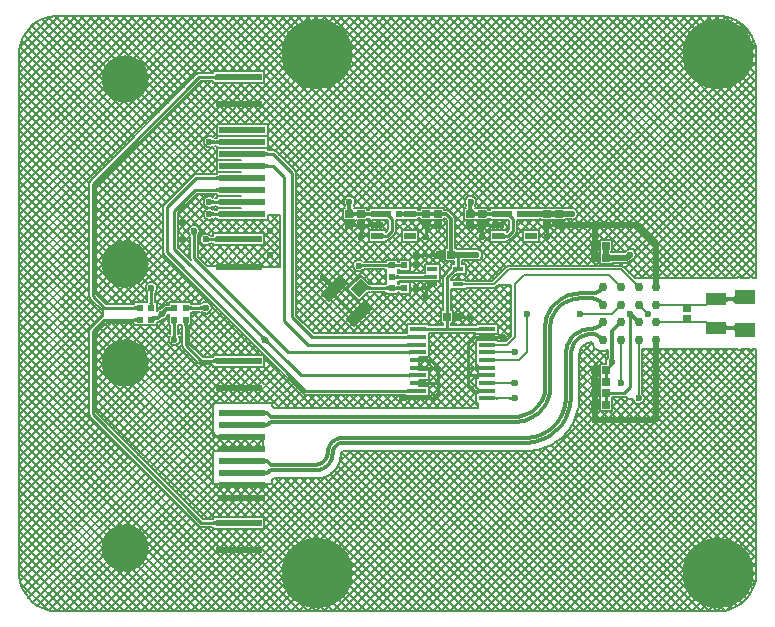
<source format=gtl>
G04*
G04 #@! TF.GenerationSoftware,Altium Limited,Altium Designer,23.9.2 (47)*
G04*
G04 Layer_Physical_Order=1*
G04 Layer_Color=255*
%FSLAX25Y25*%
%MOIN*%
G70*
G04*
G04 #@! TF.SameCoordinates,B9D28BA6-00D3-483F-BACE-1505689BD4AF*
G04*
G04*
G04 #@! TF.FilePolarity,Positive*
G04*
G01*
G75*
%ADD10C,0.00984*%
%ADD13C,0.00787*%
%ADD15C,0.00591*%
%ADD17C,0.02953*%
%ADD32C,0.01181*%
%ADD33R,0.02520X0.02520*%
%ADD34R,0.05709X0.01772*%
%ADD35R,0.15354X0.02402*%
%ADD36R,0.03347X0.01575*%
%ADD37R,0.03937X0.02362*%
%ADD38R,0.02165X0.02362*%
%ADD39R,0.02520X0.02520*%
%ADD40R,0.07087X0.05118*%
%ADD41R,0.07087X0.03937*%
G04:AMPARAMS|DCode=42|XSize=41.34mil|YSize=86.61mil|CornerRadius=0mil|HoleSize=0mil|Usage=FLASHONLY|Rotation=315.000|XOffset=0mil|YOffset=0mil|HoleType=Round|Shape=Rectangle|*
%AMROTATEDRECTD42*
4,1,4,-0.04524,-0.01601,0.01601,0.04524,0.04524,0.01601,-0.01601,-0.04524,-0.04524,-0.01601,0.0*
%
%ADD42ROTATEDRECTD42*%

G04:AMPARAMS|DCode=43|XSize=39.37mil|YSize=47.24mil|CornerRadius=0mil|HoleSize=0mil|Usage=FLASHONLY|Rotation=315.000|XOffset=0mil|YOffset=0mil|HoleType=Round|Shape=Rectangle|*
%AMROTATEDRECTD43*
4,1,4,-0.03062,-0.00278,0.00278,0.03062,0.03062,0.00278,-0.00278,-0.03062,-0.03062,-0.00278,0.0*
%
%ADD43ROTATEDRECTD43*%

%ADD44R,0.02362X0.02165*%
%ADD45C,0.01968*%
%ADD46C,0.15748*%
%ADD47C,0.23622*%
%ADD48C,0.02362*%
G36*
X25989Y-3136D02*
X25905Y-3165D01*
X25832Y-3215D01*
X25768Y-3285D01*
X25714Y-3375D01*
X25669Y-3484D01*
X25635Y-3614D01*
X25610Y-3763D01*
X25596Y-3933D01*
X25591Y-4122D01*
X24606D01*
X24601Y-3933D01*
X24587Y-3763D01*
X24562Y-3614D01*
X24528Y-3484D01*
X24483Y-3375D01*
X24429Y-3285D01*
X24365Y-3215D01*
X24291Y-3165D01*
X24208Y-3136D01*
X24114Y-3126D01*
X26083D01*
X25989Y-3136D01*
D02*
G37*
G36*
X22249D02*
X22165Y-3165D01*
X22092Y-3215D01*
X22028Y-3285D01*
X21973Y-3375D01*
X21929Y-3484D01*
X21895Y-3614D01*
X21870Y-3763D01*
X21855Y-3933D01*
X21850Y-4122D01*
X20866D01*
X20861Y-3933D01*
X20846Y-3763D01*
X20822Y-3614D01*
X20787Y-3484D01*
X20743Y-3375D01*
X20689Y-3285D01*
X20625Y-3215D01*
X20551Y-3165D01*
X20468Y-3136D01*
X20374Y-3126D01*
X22343D01*
X22249Y-3136D01*
D02*
G37*
G36*
X21854Y-6998D02*
X21864Y-7112D01*
X21881Y-7220D01*
X21904Y-7322D01*
X21934Y-7419D01*
X21971Y-7510D01*
X22014Y-7596D01*
X22065Y-7675D01*
X22121Y-7750D01*
X22185Y-7818D01*
X20531D01*
X20595Y-7750D01*
X20652Y-7675D01*
X20702Y-7596D01*
X20746Y-7510D01*
X20783Y-7419D01*
X20813Y-7322D01*
X20836Y-7220D01*
X20853Y-7112D01*
X20863Y-6998D01*
X20866Y-6879D01*
X21850D01*
X21854Y-6998D01*
D02*
G37*
G36*
X50749Y-7135D02*
X50837Y-7208D01*
X50925Y-7273D01*
X51014Y-7329D01*
X51104Y-7376D01*
X51194Y-7414D01*
X51285Y-7444D01*
X51377Y-7465D01*
X51470Y-7477D01*
X51563Y-7480D01*
X50394Y-8650D01*
X50390Y-8556D01*
X50378Y-8464D01*
X50357Y-8372D01*
X50328Y-8281D01*
X50289Y-8190D01*
X50242Y-8100D01*
X50186Y-8011D01*
X50122Y-7923D01*
X50049Y-7836D01*
X49966Y-7749D01*
X50662Y-7053D01*
X50749Y-7135D01*
D02*
G37*
G36*
X52759Y-8767D02*
X52771Y-8859D01*
X52792Y-8951D01*
X52822Y-9042D01*
X52860Y-9133D01*
X52907Y-9222D01*
X52963Y-9311D01*
X53028Y-9399D01*
X53101Y-9487D01*
X53183Y-9574D01*
X52487Y-10270D01*
X52400Y-10188D01*
X52313Y-10114D01*
X52225Y-10050D01*
X52136Y-9994D01*
X52046Y-9947D01*
X51956Y-9909D01*
X51864Y-9879D01*
X51773Y-9858D01*
X51680Y-9846D01*
X51587Y-9843D01*
X52756Y-8673D01*
X52759Y-8767D01*
D02*
G37*
G36*
X35142Y-16654D02*
X35132Y-16560D01*
X35102Y-16476D01*
X35052Y-16403D01*
X34983Y-16339D01*
X34893Y-16285D01*
X34784Y-16240D01*
X34654Y-16206D01*
X34505Y-16181D01*
X34335Y-16166D01*
X34146Y-16161D01*
Y-15177D01*
X34335Y-15172D01*
X34505Y-15157D01*
X34654Y-15133D01*
X34784Y-15098D01*
X34893Y-15054D01*
X34983Y-15000D01*
X35052Y-14936D01*
X35102Y-14862D01*
X35132Y-14778D01*
X35142Y-14685D01*
Y-16654D01*
D02*
G37*
G36*
Y-70748D02*
X35132Y-70654D01*
X35102Y-70571D01*
X35052Y-70497D01*
X34983Y-70433D01*
X34893Y-70379D01*
X34784Y-70335D01*
X34654Y-70300D01*
X34505Y-70276D01*
X34335Y-70261D01*
X34146Y-70256D01*
Y-69272D01*
X34335Y-69267D01*
X34505Y-69252D01*
X34654Y-69227D01*
X34784Y-69193D01*
X34893Y-69149D01*
X34983Y-69095D01*
X35052Y-69030D01*
X35102Y-68957D01*
X35132Y-68873D01*
X35142Y-68779D01*
Y-70748D01*
D02*
G37*
G36*
X14444Y7769D02*
X14387Y7695D01*
X14337Y7615D01*
X14294Y7530D01*
X14257Y7439D01*
X14227Y7342D01*
X14203Y7240D01*
X14187Y7132D01*
X14177Y7018D01*
X14173Y6899D01*
X13189D01*
X13186Y7018D01*
X13176Y7132D01*
X13159Y7240D01*
X13135Y7342D01*
X13105Y7439D01*
X13069Y7530D01*
X13025Y7615D01*
X12975Y7695D01*
X12918Y7769D01*
X12854Y7838D01*
X14508D01*
X14444Y7769D01*
D02*
G37*
G36*
X14178Y3933D02*
X14193Y3763D01*
X14218Y3614D01*
X14252Y3484D01*
X14296Y3375D01*
X14350Y3285D01*
X14414Y3215D01*
X14488Y3165D01*
X14572Y3136D01*
X14665Y3126D01*
X12697D01*
X12790Y3136D01*
X12874Y3165D01*
X12948Y3215D01*
X13012Y3285D01*
X13066Y3375D01*
X13110Y3484D01*
X13145Y3614D01*
X13169Y3763D01*
X13184Y3933D01*
X13189Y4122D01*
X14173D01*
X14178Y3933D01*
D02*
G37*
G36*
X30968Y1142D02*
X30899Y1205D01*
X30825Y1262D01*
X30745Y1312D01*
X30660Y1356D01*
X30569Y1393D01*
X30472Y1423D01*
X30370Y1446D01*
X30262Y1463D01*
X30148Y1473D01*
X30029Y1476D01*
Y2461D01*
X30148Y2464D01*
X30262Y2474D01*
X30370Y2491D01*
X30472Y2514D01*
X30569Y2544D01*
X30660Y2581D01*
X30745Y2625D01*
X30825Y2675D01*
X30899Y2732D01*
X30968Y2795D01*
Y1142D01*
D02*
G37*
G36*
X26167Y2859D02*
X26197Y2776D01*
X26247Y2702D01*
X26316Y2638D01*
X26406Y2584D01*
X26516Y2539D01*
X26645Y2505D01*
X26795Y2480D01*
X26964Y2466D01*
X27153Y2461D01*
Y1476D01*
X26964Y1471D01*
X26795Y1457D01*
X26645Y1432D01*
X26516Y1398D01*
X26406Y1353D01*
X26316Y1299D01*
X26247Y1235D01*
X26197Y1161D01*
X26167Y1078D01*
X26157Y984D01*
Y2953D01*
X26167Y2859D01*
D02*
G37*
G36*
X8870Y984D02*
X8860Y1078D01*
X8831Y1161D01*
X8782Y1235D01*
X8713Y1299D01*
X8624Y1353D01*
X8516Y1398D01*
X8388Y1432D01*
X8240Y1457D01*
X8073Y1471D01*
X7886Y1476D01*
Y2461D01*
X8073Y2466D01*
X8240Y2480D01*
X8388Y2505D01*
X8516Y2539D01*
X8624Y2584D01*
X8713Y2638D01*
X8782Y2702D01*
X8831Y2776D01*
X8860Y2859D01*
X8870Y2953D01*
Y984D01*
D02*
G37*
G36*
X20288Y799D02*
X20276Y802D01*
X20240Y805D01*
X19709Y813D01*
X19106Y814D01*
Y1995D01*
X19331Y2001D01*
X19532Y2019D01*
X19709Y2048D01*
X19862Y2090D01*
X19992Y2143D01*
X20099Y2208D01*
X20181Y2285D01*
X20240Y2373D01*
X20276Y2474D01*
X20288Y2586D01*
Y799D01*
D02*
G37*
G36*
X18978Y820D02*
X18890Y729D01*
X18742Y554D01*
X18682Y470D01*
X18631Y389D01*
X18589Y311D01*
X18557Y236D01*
X18535Y163D01*
X18521Y93D01*
X18517Y25D01*
X17348Y1194D01*
X17415Y1198D01*
X17486Y1212D01*
X17559Y1235D01*
X17634Y1267D01*
X17712Y1308D01*
X17793Y1359D01*
X17876Y1419D01*
X17963Y1488D01*
X18143Y1655D01*
X18978Y820D01*
D02*
G37*
G36*
X17324Y-1168D02*
X17257Y-1172D01*
X17187Y-1185D01*
X17114Y-1208D01*
X17039Y-1240D01*
X16960Y-1281D01*
X16879Y-1332D01*
X16796Y-1392D01*
X16710Y-1462D01*
X16529Y-1629D01*
X15933Y-1032D01*
Y-1969D01*
X15709Y-1974D01*
X15508Y-1992D01*
X15330Y-2022D01*
X15177Y-2063D01*
X15047Y-2116D01*
X14941Y-2181D01*
X14858Y-2258D01*
X14799Y-2347D01*
X14764Y-2447D01*
X14752Y-2559D01*
Y-799D01*
X14764Y-797D01*
X14799Y-795D01*
X15698Y-789D01*
X15782Y-702D01*
X15931Y-527D01*
X15991Y-443D01*
X16042Y-362D01*
X16083Y-284D01*
X16115Y-209D01*
X16138Y-136D01*
X16151Y-66D01*
X16155Y2D01*
X17324Y-1168D01*
D02*
G37*
G36*
X8882Y-2953D02*
X8872Y-2859D01*
X8842Y-2776D01*
X8793Y-2702D01*
X8723Y-2638D01*
X8633Y-2584D01*
X8524Y-2539D01*
X8394Y-2505D01*
X8245Y-2480D01*
X8075Y-2466D01*
X7886Y-2461D01*
Y-1476D01*
X8075Y-1471D01*
X8245Y-1457D01*
X8394Y-1432D01*
X8524Y-1398D01*
X8633Y-1353D01*
X8723Y-1299D01*
X8793Y-1235D01*
X8842Y-1161D01*
X8872Y-1078D01*
X8882Y-984D01*
Y-2953D01*
D02*
G37*
G36*
X35142Y77835D02*
X35132Y77928D01*
X35102Y78012D01*
X35052Y78086D01*
X34983Y78150D01*
X34893Y78204D01*
X34784Y78248D01*
X34654Y78282D01*
X34505Y78307D01*
X34335Y78322D01*
X34146Y78327D01*
Y79311D01*
X34335Y79316D01*
X34505Y79331D01*
X34654Y79355D01*
X34784Y79390D01*
X34893Y79434D01*
X34983Y79488D01*
X35052Y79552D01*
X35102Y79626D01*
X35132Y79710D01*
X35142Y79803D01*
Y77835D01*
D02*
G37*
G36*
X33983Y58047D02*
X34057Y57990D01*
X34137Y57940D01*
X34222Y57896D01*
X34313Y57859D01*
X34410Y57829D01*
X34512Y57806D01*
X34620Y57789D01*
X34734Y57779D01*
X34853Y57776D01*
Y56791D01*
X34734Y56788D01*
X34620Y56778D01*
X34512Y56761D01*
X34410Y56738D01*
X34313Y56708D01*
X34222Y56671D01*
X34137Y56627D01*
X34057Y56577D01*
X33983Y56520D01*
X33914Y56457D01*
Y58110D01*
X33983Y58047D01*
D02*
G37*
G36*
X36402Y56299D02*
X36392Y56393D01*
X36362Y56476D01*
X36312Y56550D01*
X36243Y56614D01*
X36153Y56668D01*
X36043Y56713D01*
X35914Y56747D01*
X35764Y56772D01*
X35595Y56786D01*
X35406Y56791D01*
Y57776D01*
X35595Y57780D01*
X35764Y57795D01*
X35914Y57820D01*
X36043Y57854D01*
X36153Y57899D01*
X36243Y57953D01*
X36312Y58017D01*
X36362Y58091D01*
X36392Y58174D01*
X36402Y58268D01*
Y56299D01*
D02*
G37*
G36*
X51718Y54159D02*
X51748Y54075D01*
X51798Y54001D01*
X51868Y53937D01*
X51957Y53883D01*
X52067Y53839D01*
X52196Y53804D01*
X52346Y53780D01*
X52515Y53765D01*
X52705Y53760D01*
Y52776D01*
X52515Y52771D01*
X52346Y52756D01*
X52196Y52731D01*
X52067Y52697D01*
X51957Y52653D01*
X51868Y52598D01*
X51798Y52534D01*
X51748Y52461D01*
X51718Y52377D01*
X51708Y52284D01*
Y54252D01*
X51718Y54159D01*
D02*
G37*
G36*
Y50143D02*
X51748Y50059D01*
X51798Y49985D01*
X51868Y49921D01*
X51957Y49867D01*
X52067Y49823D01*
X52196Y49788D01*
X52346Y49764D01*
X52515Y49749D01*
X52705Y49744D01*
Y48760D01*
X52515Y48755D01*
X52346Y48740D01*
X52196Y48715D01*
X52067Y48681D01*
X51957Y48637D01*
X51868Y48583D01*
X51798Y48519D01*
X51748Y48445D01*
X51718Y48361D01*
X51708Y48268D01*
Y50236D01*
X51718Y50143D01*
D02*
G37*
G36*
X36402Y44252D02*
X36392Y44346D01*
X36362Y44429D01*
X36312Y44503D01*
X36243Y44567D01*
X36153Y44621D01*
X36043Y44665D01*
X35914Y44700D01*
X35764Y44724D01*
X35595Y44739D01*
X35406Y44744D01*
Y45728D01*
X35595Y45733D01*
X35764Y45748D01*
X35914Y45773D01*
X36043Y45807D01*
X36153Y45851D01*
X36243Y45906D01*
X36312Y45970D01*
X36362Y46043D01*
X36392Y46127D01*
X36402Y46220D01*
Y44252D01*
D02*
G37*
G36*
Y40236D02*
X36392Y40330D01*
X36362Y40413D01*
X36312Y40487D01*
X36243Y40551D01*
X36153Y40605D01*
X36043Y40650D01*
X35914Y40684D01*
X35764Y40709D01*
X35595Y40723D01*
X35406Y40728D01*
Y41713D01*
X35595Y41717D01*
X35764Y41732D01*
X35914Y41757D01*
X36043Y41791D01*
X36153Y41836D01*
X36243Y41890D01*
X36312Y41954D01*
X36362Y42028D01*
X36392Y42111D01*
X36402Y42205D01*
Y40236D01*
D02*
G37*
G36*
X33983Y37968D02*
X34057Y37911D01*
X34137Y37861D01*
X34222Y37817D01*
X34313Y37780D01*
X34410Y37750D01*
X34512Y37727D01*
X34620Y37710D01*
X34734Y37700D01*
X34853Y37697D01*
Y36713D01*
X34734Y36709D01*
X34620Y36699D01*
X34512Y36683D01*
X34410Y36659D01*
X34313Y36629D01*
X34222Y36592D01*
X34137Y36549D01*
X34057Y36498D01*
X33983Y36441D01*
X33914Y36378D01*
Y38032D01*
X33983Y37968D01*
D02*
G37*
G36*
X36402Y36220D02*
X36392Y36314D01*
X36362Y36398D01*
X36312Y36471D01*
X36243Y36535D01*
X36153Y36590D01*
X36043Y36634D01*
X35914Y36668D01*
X35764Y36693D01*
X35595Y36708D01*
X35406Y36713D01*
Y37697D01*
X35595Y37702D01*
X35764Y37716D01*
X35914Y37741D01*
X36043Y37776D01*
X36153Y37820D01*
X36243Y37874D01*
X36312Y37938D01*
X36362Y38012D01*
X36392Y38096D01*
X36402Y38189D01*
Y36220D01*
D02*
G37*
G36*
X80506Y36311D02*
X80466Y36252D01*
X80431Y36184D01*
X80400Y36108D01*
X80374Y36024D01*
X80353Y35930D01*
X80336Y35829D01*
X80324Y35719D01*
X80319Y35579D01*
X80321Y35509D01*
X80339Y35307D01*
X80368Y35128D01*
X80409Y34972D01*
X80463Y34841D01*
X80528Y34734D01*
X80604Y34650D01*
X80693Y34591D01*
X80793Y34555D01*
X80905Y34543D01*
X78543D01*
X78655Y34555D01*
X78756Y34591D01*
X78844Y34650D01*
X78921Y34734D01*
X78986Y34841D01*
X79039Y34972D01*
X79081Y35128D01*
X79110Y35307D01*
X79128Y35509D01*
X79131Y35611D01*
X79113Y35829D01*
X79096Y35930D01*
X79075Y36024D01*
X79049Y36108D01*
X79018Y36184D01*
X78983Y36252D01*
X78943Y36311D01*
X78898Y36361D01*
X80551D01*
X80506Y36311D01*
D02*
G37*
G36*
X82414Y32059D02*
X82402Y32169D01*
X82366Y32267D01*
X82307Y32354D01*
X82225Y32430D01*
X82118Y32493D01*
X81988Y32545D01*
X81835Y32586D01*
X81693Y32609D01*
X81551Y32586D01*
X81397Y32545D01*
X81267Y32493D01*
X81161Y32430D01*
X81078Y32354D01*
X81020Y32267D01*
X80984Y32169D01*
X80972Y32059D01*
X80960Y34409D01*
X80973Y34297D01*
X81009Y34197D01*
X81069Y34108D01*
X81153Y34032D01*
X81260Y33967D01*
X81391Y33913D01*
X81546Y33872D01*
X81693Y33848D01*
X81840Y33872D01*
X81995Y33913D01*
X82126Y33967D01*
X82233Y34032D01*
X82317Y34108D01*
X82377Y34197D01*
X82413Y34297D01*
X82426Y34409D01*
X82414Y32059D01*
D02*
G37*
G36*
X33983Y33952D02*
X34057Y33895D01*
X34137Y33845D01*
X34222Y33802D01*
X34313Y33765D01*
X34410Y33735D01*
X34512Y33711D01*
X34620Y33694D01*
X34734Y33684D01*
X34853Y33681D01*
Y32697D01*
X34734Y32693D01*
X34620Y32684D01*
X34512Y32667D01*
X34410Y32643D01*
X34313Y32613D01*
X34222Y32576D01*
X34137Y32533D01*
X34057Y32483D01*
X33983Y32426D01*
X33914Y32362D01*
Y34016D01*
X33983Y33952D01*
D02*
G37*
G36*
X36402Y32205D02*
X36392Y32298D01*
X36362Y32382D01*
X36312Y32456D01*
X36243Y32520D01*
X36153Y32574D01*
X36043Y32618D01*
X35914Y32653D01*
X35764Y32677D01*
X35595Y32692D01*
X35406Y32697D01*
Y33681D01*
X35595Y33686D01*
X35764Y33701D01*
X35914Y33725D01*
X36043Y33760D01*
X36153Y33804D01*
X36243Y33858D01*
X36312Y33922D01*
X36362Y33996D01*
X36392Y34080D01*
X36402Y34173D01*
Y32205D01*
D02*
G37*
G36*
X28716Y26647D02*
X28659Y26573D01*
X28609Y26493D01*
X28565Y26408D01*
X28529Y26317D01*
X28498Y26220D01*
X28475Y26118D01*
X28458Y26010D01*
X28448Y25896D01*
X28445Y25777D01*
X27461D01*
X27457Y25896D01*
X27447Y26010D01*
X27430Y26118D01*
X27407Y26220D01*
X27377Y26317D01*
X27340Y26408D01*
X27297Y26493D01*
X27246Y26573D01*
X27190Y26647D01*
X27126Y26716D01*
X28780D01*
X28716Y26647D01*
D02*
G37*
G36*
X32723Y25488D02*
X32797Y25431D01*
X32877Y25381D01*
X32962Y25337D01*
X33053Y25300D01*
X33150Y25270D01*
X33252Y25247D01*
X33360Y25230D01*
X33474Y25220D01*
X33593Y25216D01*
Y24232D01*
X33474Y24229D01*
X33360Y24219D01*
X33252Y24202D01*
X33150Y24179D01*
X33053Y24149D01*
X32962Y24112D01*
X32877Y24068D01*
X32797Y24018D01*
X32723Y23961D01*
X32655Y23898D01*
Y25551D01*
X32723Y25488D01*
D02*
G37*
G36*
X35142Y23740D02*
X35132Y23834D01*
X35102Y23917D01*
X35052Y23991D01*
X34983Y24055D01*
X34893Y24109D01*
X34784Y24153D01*
X34654Y24188D01*
X34505Y24213D01*
X34335Y24227D01*
X34146Y24232D01*
Y25216D01*
X34335Y25221D01*
X34505Y25236D01*
X34654Y25261D01*
X34784Y25295D01*
X34893Y25340D01*
X34983Y25394D01*
X35052Y25458D01*
X35102Y25532D01*
X35132Y25615D01*
X35142Y25709D01*
Y23740D01*
D02*
G37*
G36*
X83671Y16794D02*
X83748Y16740D01*
X83829Y16692D01*
X83916Y16650D01*
X84009Y16615D01*
X84106Y16587D01*
X84209Y16564D01*
X84318Y16548D01*
X84432Y16539D01*
X84551Y16535D01*
X84598Y15551D01*
X84478Y15548D01*
X84364Y15537D01*
X84257Y15520D01*
X84155Y15495D01*
X84060Y15464D01*
X83970Y15426D01*
X83887Y15380D01*
X83809Y15328D01*
X83737Y15269D01*
X83672Y15203D01*
X83600Y16855D01*
X83671Y16794D01*
D02*
G37*
G36*
X91547Y33913D02*
X91571Y33907D01*
X91748Y33880D01*
X91949Y33864D01*
X92173Y33858D01*
Y32677D01*
X91949Y32671D01*
X91748Y32654D01*
X91571Y32624D01*
X91547Y32618D01*
Y32099D01*
X91536Y32208D01*
X91500Y32307D01*
X91441Y32394D01*
X91359Y32469D01*
X91272Y32520D01*
X91181Y32465D01*
X91098Y32388D01*
X91039Y32299D01*
X91004Y32199D01*
X90992Y32087D01*
Y32619D01*
X90969Y32625D01*
X90791Y32654D01*
X90591Y32671D01*
X90366Y32677D01*
Y33858D01*
X90591Y33864D01*
X90791Y33881D01*
X90969Y33910D01*
X90992Y33917D01*
Y34398D01*
X91004Y34295D01*
X91039Y34203D01*
X91098Y34122D01*
X91181Y34052D01*
X91261Y34008D01*
X91359Y34067D01*
X91441Y34142D01*
X91500Y34229D01*
X91536Y34327D01*
X91547Y34437D01*
Y33913D01*
D02*
G37*
G36*
X84910Y34297D02*
X84946Y34197D01*
X85006Y34108D01*
X85090Y34032D01*
X85197Y33967D01*
X85328Y33913D01*
X85483Y33872D01*
X85662Y33843D01*
X85864Y33825D01*
X85995Y33821D01*
X86122Y33825D01*
X86323Y33842D01*
X86500Y33871D01*
X86654Y33911D01*
X86784Y33964D01*
X86890Y34027D01*
X86973Y34102D01*
X87032Y34189D01*
X87067Y34288D01*
X87079Y34398D01*
Y32059D01*
X87067Y32169D01*
X87032Y32267D01*
X86973Y32354D01*
X86890Y32430D01*
X86784Y32493D01*
X86654Y32545D01*
X86500Y32586D01*
X86323Y32615D01*
X86122Y32632D01*
X85994Y32635D01*
X85866Y32632D01*
X85665Y32615D01*
X85488Y32586D01*
X85334Y32545D01*
X85204Y32493D01*
X85098Y32430D01*
X85016Y32354D01*
X84957Y32267D01*
X84921Y32169D01*
X84909Y32059D01*
X84897Y34409D01*
X84910Y34297D01*
D02*
G37*
G36*
X93628Y32963D02*
X93604Y32902D01*
X93607Y32825D01*
X93635Y32732D01*
X93689Y32624D01*
X93768Y32500D01*
X93874Y32359D01*
X94005Y32203D01*
X94344Y31844D01*
X93393Y31403D01*
X93220Y31571D01*
X92909Y31842D01*
X92771Y31945D01*
X92645Y32027D01*
X92530Y32087D01*
X92427Y32125D01*
X92336Y32142D01*
X92256Y32137D01*
X92189Y32111D01*
X93677Y33008D01*
X93628Y32963D01*
D02*
G37*
G36*
X91002Y26678D02*
X91031Y26594D01*
X91080Y26521D01*
X91149Y26457D01*
X91238Y26403D01*
X91346Y26358D01*
X91474Y26324D01*
X91622Y26299D01*
X91789Y26285D01*
X91976Y26280D01*
Y25295D01*
X91789Y25290D01*
X91622Y25276D01*
X91474Y25251D01*
X91346Y25217D01*
X91238Y25172D01*
X91149Y25118D01*
X91080Y25054D01*
X91031Y24980D01*
X91002Y24897D01*
X90992Y24803D01*
Y26772D01*
X91002Y26678D01*
D02*
G37*
G36*
X96961Y15059D02*
X96951Y15153D01*
X96921Y15236D01*
X96872Y15310D01*
X96803Y15374D01*
X96715Y15428D01*
X96606Y15472D01*
X96478Y15507D01*
X96331Y15531D01*
X96164Y15546D01*
X96062Y15549D01*
X95960Y15546D01*
X95791Y15531D01*
X95641Y15507D01*
X95512Y15472D01*
X95402Y15428D01*
X95313Y15374D01*
X95243Y15310D01*
X95193Y15236D01*
X95163Y15153D01*
X95153Y15059D01*
Y17028D01*
X95163Y16934D01*
X95193Y16850D01*
X95243Y16777D01*
X95313Y16713D01*
X95402Y16658D01*
X95512Y16614D01*
X95641Y16580D01*
X95791Y16555D01*
X95960Y16540D01*
X96062Y16538D01*
X96164Y16540D01*
X96331Y16555D01*
X96478Y16580D01*
X96606Y16614D01*
X96715Y16658D01*
X96803Y16713D01*
X96872Y16777D01*
X96921Y16850D01*
X96951Y16934D01*
X96961Y17028D01*
Y15059D01*
D02*
G37*
G36*
X92839D02*
X92829Y15153D01*
X92799Y15236D01*
X92749Y15310D01*
X92680Y15374D01*
X92590Y15428D01*
X92480Y15472D01*
X92351Y15507D01*
X92201Y15531D01*
X92032Y15546D01*
X91843Y15551D01*
Y16535D01*
X92032Y16540D01*
X92201Y16555D01*
X92351Y16580D01*
X92480Y16614D01*
X92590Y16658D01*
X92680Y16713D01*
X92749Y16777D01*
X92799Y16850D01*
X92829Y16934D01*
X92839Y17028D01*
Y15059D01*
D02*
G37*
G36*
X95163Y13194D02*
X95193Y13110D01*
X95243Y13036D01*
X95313Y12972D01*
X95402Y12918D01*
X95512Y12874D01*
X95641Y12840D01*
X95791Y12815D01*
X95960Y12800D01*
X96149Y12795D01*
Y11811D01*
X95960Y11806D01*
X95791Y11791D01*
X95641Y11767D01*
X95512Y11732D01*
X95402Y11688D01*
X95313Y11634D01*
X95243Y11570D01*
X95193Y11496D01*
X95163Y11412D01*
X95153Y11319D01*
Y13287D01*
X95163Y13194D01*
D02*
G37*
G36*
X96961Y7579D02*
X96951Y7672D01*
X96921Y7756D01*
X96872Y7830D01*
X96803Y7894D01*
X96715Y7948D01*
X96606Y7992D01*
X96478Y8027D01*
X96331Y8051D01*
X96164Y8066D01*
X96062Y8069D01*
X95960Y8066D01*
X95791Y8051D01*
X95641Y8027D01*
X95512Y7992D01*
X95402Y7948D01*
X95313Y7894D01*
X95243Y7830D01*
X95193Y7756D01*
X95163Y7672D01*
X95153Y7579D01*
Y9547D01*
X95163Y9454D01*
X95193Y9370D01*
X95243Y9296D01*
X95313Y9232D01*
X95402Y9178D01*
X95512Y9134D01*
X95641Y9099D01*
X95791Y9075D01*
X95960Y9060D01*
X96062Y9057D01*
X96164Y9060D01*
X96331Y9075D01*
X96478Y9099D01*
X96606Y9134D01*
X96715Y9178D01*
X96803Y9232D01*
X96872Y9296D01*
X96921Y9370D01*
X96951Y9454D01*
X96961Y9547D01*
Y7579D01*
D02*
G37*
G36*
X85359Y9447D02*
X85396Y9365D01*
X85465Y9292D01*
X85566Y9229D01*
X85698Y9176D01*
X85863Y9132D01*
X86059Y9099D01*
X86287Y9075D01*
X86838Y9055D01*
X86625Y8071D01*
X86352Y8066D01*
X85890Y8027D01*
X85700Y7993D01*
X85538Y7950D01*
X85403Y7897D01*
X85296Y7834D01*
X85217Y7761D01*
X85165Y7679D01*
X85140Y7587D01*
X85353Y9539D01*
X85359Y9447D01*
D02*
G37*
G36*
X92839Y7579D02*
X92829Y7672D01*
X92799Y7756D01*
X92749Y7830D01*
X92680Y7894D01*
X92590Y7948D01*
X92480Y7992D01*
X92351Y8027D01*
X92201Y8051D01*
X92032Y8066D01*
X91843Y8071D01*
Y9055D01*
X92032Y9060D01*
X92201Y9075D01*
X92351Y9099D01*
X92480Y9134D01*
X92590Y9178D01*
X92680Y9232D01*
X92749Y9296D01*
X92799Y9370D01*
X92829Y9454D01*
X92839Y9547D01*
Y7579D01*
D02*
G37*
G36*
X99815Y-8649D02*
X99805Y-8577D01*
X99776Y-8512D01*
X99727Y-8455D01*
X99658Y-8405D01*
X99569Y-8363D01*
X99461Y-8329D01*
X99333Y-8302D01*
X99185Y-8283D01*
X99018Y-8271D01*
X98831Y-8268D01*
Y-7283D01*
X99018Y-7280D01*
X99333Y-7249D01*
X99461Y-7222D01*
X99569Y-7188D01*
X99658Y-7146D01*
X99727Y-7096D01*
X99776Y-7039D01*
X99805Y-6974D01*
X99815Y-6902D01*
Y-8649D01*
D02*
G37*
G36*
Y-11208D02*
X99805Y-11136D01*
X99776Y-11071D01*
X99727Y-11014D01*
X99658Y-10964D01*
X99569Y-10922D01*
X99461Y-10888D01*
X99333Y-10861D01*
X99185Y-10842D01*
X99018Y-10830D01*
X98831Y-10827D01*
Y-9843D01*
X99018Y-9839D01*
X99333Y-9808D01*
X99461Y-9781D01*
X99569Y-9747D01*
X99658Y-9705D01*
X99727Y-9655D01*
X99776Y-9598D01*
X99805Y-9533D01*
X99815Y-9461D01*
Y-11208D01*
D02*
G37*
G36*
Y-13768D02*
X99805Y-13695D01*
X99776Y-13630D01*
X99727Y-13573D01*
X99658Y-13523D01*
X99569Y-13481D01*
X99461Y-13447D01*
X99333Y-13420D01*
X99185Y-13401D01*
X99018Y-13390D01*
X98831Y-13386D01*
Y-12402D01*
X99018Y-12398D01*
X99333Y-12367D01*
X99461Y-12341D01*
X99569Y-12306D01*
X99658Y-12264D01*
X99727Y-12214D01*
X99776Y-12157D01*
X99805Y-12092D01*
X99815Y-12020D01*
Y-13768D01*
D02*
G37*
G36*
Y-21445D02*
X99805Y-21372D01*
X99776Y-21307D01*
X99727Y-21250D01*
X99658Y-21200D01*
X99569Y-21158D01*
X99461Y-21124D01*
X99333Y-21097D01*
X99185Y-21078D01*
X99018Y-21067D01*
X98831Y-21063D01*
Y-20079D01*
X99018Y-20075D01*
X99333Y-20044D01*
X99461Y-20018D01*
X99569Y-19983D01*
X99658Y-19941D01*
X99727Y-19892D01*
X99776Y-19834D01*
X99805Y-19770D01*
X99815Y-19697D01*
Y-21445D01*
D02*
G37*
G36*
Y-26563D02*
X99805Y-26490D01*
X99776Y-26425D01*
X99727Y-26368D01*
X99658Y-26318D01*
X99569Y-26276D01*
X99461Y-26242D01*
X99333Y-26215D01*
X99185Y-26196D01*
X99018Y-26185D01*
X98831Y-26181D01*
Y-25197D01*
X99018Y-25193D01*
X99333Y-25163D01*
X99461Y-25136D01*
X99569Y-25101D01*
X99658Y-25059D01*
X99727Y-25010D01*
X99776Y-24952D01*
X99805Y-24888D01*
X99815Y-24815D01*
Y-26563D01*
D02*
G37*
G36*
X120918Y36374D02*
X120873Y36324D01*
X120832Y36265D01*
X120796Y36198D01*
X120765Y36122D01*
X120739Y36037D01*
X120717Y35944D01*
X120701Y35843D01*
X120689Y35733D01*
X120683Y35587D01*
X120685Y35509D01*
X120703Y35307D01*
X120732Y35128D01*
X120774Y34972D01*
X120827Y34841D01*
X120892Y34734D01*
X120968Y34650D01*
X121057Y34591D01*
X121158Y34555D01*
X121270Y34543D01*
X118907D01*
X119020Y34555D01*
X119120Y34591D01*
X119209Y34650D01*
X119285Y34734D01*
X119350Y34841D01*
X119404Y34972D01*
X119445Y35128D01*
X119474Y35307D01*
X119492Y35509D01*
X119495Y35631D01*
X119477Y35854D01*
X119461Y35956D01*
X119440Y36049D01*
X119414Y36134D01*
X119384Y36210D01*
X119349Y36278D01*
X119309Y36337D01*
X119265Y36388D01*
X120918Y36374D01*
D02*
G37*
G36*
X131904Y33936D02*
X131945Y33926D01*
X132122Y33900D01*
X132323Y33883D01*
X132547Y33878D01*
Y32697D01*
X132323Y32691D01*
X132122Y32673D01*
X131945Y32644D01*
X131911Y32635D01*
X131914Y32106D01*
X131901Y32219D01*
X131865Y32319D01*
X131805Y32408D01*
X131721Y32484D01*
X131638Y32535D01*
X131555Y32484D01*
X131472Y32408D01*
X131413Y32319D01*
X131378Y32219D01*
X131366Y32106D01*
Y32634D01*
X131328Y32644D01*
X131149Y32673D01*
X130947Y32691D01*
X130721Y32697D01*
Y33878D01*
X130945Y33884D01*
X131146Y33900D01*
X131323Y33928D01*
X131366Y33939D01*
Y34417D01*
X131378Y34315D01*
X131413Y34223D01*
X131472Y34142D01*
X131555Y34072D01*
X131629Y34031D01*
X131713Y34079D01*
X131796Y34152D01*
X131854Y34236D01*
X131890Y34331D01*
X131902Y34437D01*
X131904Y33936D01*
D02*
G37*
G36*
X122780Y32067D02*
X122768Y32179D01*
X122732Y32280D01*
X122672Y32368D01*
X122589Y32445D01*
X122482Y32510D01*
X122350Y32563D01*
X122195Y32604D01*
X122047Y32629D01*
X121899Y32604D01*
X121744Y32563D01*
X121613Y32510D01*
X121505Y32445D01*
X121422Y32368D01*
X121362Y32280D01*
X121326Y32179D01*
X121315Y32067D01*
Y34429D01*
X121326Y34317D01*
X121362Y34216D01*
X121422Y34128D01*
X121505Y34051D01*
X121613Y33986D01*
X121744Y33933D01*
X121899Y33892D01*
X122047Y33867D01*
X122195Y33892D01*
X122350Y33933D01*
X122482Y33986D01*
X122589Y34051D01*
X122672Y34128D01*
X122732Y34216D01*
X122768Y34317D01*
X122780Y34429D01*
Y32067D01*
D02*
G37*
G36*
X125264Y34317D02*
X125299Y34216D01*
X125359Y34128D01*
X125443Y34051D01*
X125550Y33986D01*
X125681Y33933D01*
X125836Y33892D01*
X126015Y33862D01*
X126218Y33845D01*
X126359Y33841D01*
X126496Y33844D01*
X126697Y33862D01*
X126874Y33891D01*
X127028Y33931D01*
X127158Y33983D01*
X127264Y34047D01*
X127347Y34122D01*
X127406Y34209D01*
X127441Y34307D01*
X127453Y34417D01*
Y32079D01*
X127441Y32189D01*
X127406Y32287D01*
X127347Y32374D01*
X127264Y32449D01*
X127158Y32513D01*
X127028Y32565D01*
X126874Y32605D01*
X126697Y32634D01*
X126496Y32652D01*
X126359Y32655D01*
X126218Y32652D01*
X126015Y32634D01*
X125836Y32604D01*
X125681Y32563D01*
X125550Y32510D01*
X125443Y32445D01*
X125359Y32368D01*
X125299Y32280D01*
X125264Y32179D01*
X125252Y32067D01*
Y34429D01*
X125264Y34317D01*
D02*
G37*
G36*
X133988Y32965D02*
X133969Y32906D01*
X133976Y32831D01*
X134007Y32740D01*
X134063Y32633D01*
X134144Y32511D01*
X134250Y32373D01*
X134537Y32049D01*
X134718Y31864D01*
X133787Y31403D01*
X133616Y31569D01*
X133175Y31941D01*
X133053Y32023D01*
X132942Y32083D01*
X132844Y32122D01*
X132758Y32139D01*
X132684Y32136D01*
X132622Y32111D01*
X134031Y33008D01*
X133988Y32965D01*
D02*
G37*
G36*
X131376Y26698D02*
X131405Y26614D01*
X131455Y26540D01*
X131523Y26476D01*
X131612Y26422D01*
X131720Y26378D01*
X131848Y26344D01*
X131996Y26319D01*
X132163Y26304D01*
X132350Y26299D01*
Y25315D01*
X132163Y25310D01*
X131996Y25295D01*
X131848Y25271D01*
X131720Y25236D01*
X131612Y25192D01*
X131523Y25138D01*
X131455Y25074D01*
X131405Y25000D01*
X131376Y24916D01*
X131366Y24823D01*
Y26791D01*
X131376Y26698D01*
D02*
G37*
G36*
X105721Y11528D02*
X105711Y11582D01*
X105681Y11630D01*
X105632Y11672D01*
X105563Y11709D01*
X105475Y11740D01*
X105366Y11766D01*
X105238Y11785D01*
X105091Y11800D01*
X104736Y11811D01*
Y12795D01*
X104923Y12798D01*
X105238Y12821D01*
X105366Y12841D01*
X105475Y12866D01*
X105563Y12897D01*
X105632Y12934D01*
X105681Y12977D01*
X105711Y13025D01*
X105721Y13079D01*
Y11528D01*
D02*
G37*
G36*
X208095Y3543D02*
X208083Y3655D01*
X208047Y3756D01*
X207987Y3844D01*
X207904Y3921D01*
X207797Y3986D01*
X207665Y4039D01*
X207510Y4081D01*
X207331Y4110D01*
X207129Y4128D01*
X206902Y4134D01*
Y5315D01*
X207129Y5321D01*
X207331Y5339D01*
X207510Y5368D01*
X207665Y5409D01*
X207797Y5463D01*
X207904Y5528D01*
X207987Y5604D01*
X208047Y5693D01*
X208083Y5793D01*
X208095Y5906D01*
Y3543D01*
D02*
G37*
G36*
X205315Y5793D02*
X205350Y5693D01*
X205409Y5604D01*
X205492Y5528D01*
X205598Y5463D01*
X205728Y5409D01*
X205882Y5368D01*
X206059Y5339D01*
X206260Y5321D01*
X206484Y5315D01*
Y4134D01*
X206260Y4128D01*
X206059Y4110D01*
X205882Y4081D01*
X205728Y4039D01*
X205598Y3986D01*
X205492Y3921D01*
X205409Y3844D01*
X205350Y3756D01*
X205315Y3655D01*
X205303Y3543D01*
Y5906D01*
X205315Y5793D01*
D02*
G37*
G36*
X208095Y-5906D02*
X208083Y-5793D01*
X208047Y-5693D01*
X207987Y-5604D01*
X207904Y-5528D01*
X207797Y-5463D01*
X207665Y-5409D01*
X207510Y-5368D01*
X207331Y-5339D01*
X207129Y-5321D01*
X206902Y-5315D01*
Y-4134D01*
X207129Y-4128D01*
X207331Y-4110D01*
X207510Y-4081D01*
X207665Y-4039D01*
X207797Y-3986D01*
X207904Y-3921D01*
X207987Y-3844D01*
X208047Y-3756D01*
X208083Y-3655D01*
X208095Y-3543D01*
Y-5906D01*
D02*
G37*
G36*
X205315Y-3655D02*
X205350Y-3756D01*
X205409Y-3844D01*
X205492Y-3921D01*
X205598Y-3986D01*
X205728Y-4039D01*
X205882Y-4081D01*
X206059Y-4110D01*
X206260Y-4128D01*
X206484Y-4134D01*
Y-5315D01*
X206260Y-5321D01*
X206059Y-5339D01*
X205882Y-5368D01*
X205728Y-5409D01*
X205598Y-5463D01*
X205492Y-5528D01*
X205409Y-5604D01*
X205350Y-5693D01*
X205315Y-5793D01*
X205303Y-5906D01*
Y-3543D01*
X205315Y-3655D01*
D02*
G37*
G36*
X128539Y-22417D02*
X128563Y-22484D01*
X128602Y-22543D01*
X128657Y-22594D01*
X128728Y-22638D01*
X128815Y-22673D01*
X128917Y-22701D01*
X129035Y-22720D01*
X129169Y-22732D01*
X129319Y-22736D01*
Y-23524D01*
X129169Y-23528D01*
X129035Y-23539D01*
X128917Y-23559D01*
X128815Y-23587D01*
X128728Y-23622D01*
X128657Y-23665D01*
X128602Y-23717D01*
X128563Y-23776D01*
X128539Y-23843D01*
X128531Y-23917D01*
Y-22343D01*
X128539Y-22417D01*
D02*
G37*
G36*
X133999Y-23957D02*
X133913Y-23874D01*
X133824Y-23801D01*
X133733Y-23736D01*
X133639Y-23679D01*
X133542Y-23632D01*
X133443Y-23593D01*
X133341Y-23563D01*
X133237Y-23541D01*
X133130Y-23528D01*
X133020Y-23524D01*
Y-22736D01*
X133130Y-22732D01*
X133237Y-22719D01*
X133341Y-22697D01*
X133443Y-22667D01*
X133542Y-22628D01*
X133639Y-22580D01*
X133733Y-22524D01*
X133824Y-22459D01*
X133913Y-22385D01*
X133999Y-22303D01*
Y-23957D01*
D02*
G37*
G36*
X128539Y-27535D02*
X128563Y-27602D01*
X128602Y-27661D01*
X128657Y-27713D01*
X128728Y-27756D01*
X128815Y-27791D01*
X128917Y-27819D01*
X129035Y-27839D01*
X129169Y-27850D01*
X129319Y-27854D01*
Y-28642D01*
X129169Y-28646D01*
X129035Y-28657D01*
X128917Y-28677D01*
X128815Y-28705D01*
X128728Y-28740D01*
X128657Y-28783D01*
X128602Y-28835D01*
X128563Y-28894D01*
X128539Y-28961D01*
X128531Y-29035D01*
Y-27461D01*
X128539Y-27535D01*
D02*
G37*
G36*
X133999Y-29075D02*
X133913Y-28993D01*
X133824Y-28919D01*
X133733Y-28854D01*
X133639Y-28798D01*
X133542Y-28750D01*
X133443Y-28711D01*
X133341Y-28681D01*
X133237Y-28659D01*
X133130Y-28646D01*
X133020Y-28642D01*
Y-27854D01*
X133130Y-27850D01*
X133237Y-27837D01*
X133341Y-27815D01*
X133443Y-27785D01*
X133542Y-27746D01*
X133639Y-27698D01*
X133733Y-27642D01*
X133824Y-27577D01*
X133913Y-27503D01*
X133999Y-27421D01*
Y-29075D01*
D02*
G37*
D10*
X145689Y25610D02*
Y29705D01*
X171260Y-26575D02*
X173228Y-24606D01*
Y0D01*
X165197Y-30512D02*
Y-26575D01*
Y-26575D02*
X171260D01*
X165197Y-22638D02*
Y-18701D01*
X167059Y-16405D02*
X167323Y-16142D01*
X165197Y-18701D02*
X167059Y-16838D01*
Y-16405D01*
X145689Y29705D02*
X149626D01*
X92224Y33268D02*
X93996Y31496D01*
X21260Y21654D02*
X63484Y-20571D01*
X21358Y-8661D02*
Y-1969D01*
Y-8681D02*
Y-8661D01*
X21260Y21654D02*
Y34252D01*
X63484Y-20571D02*
X102657D01*
X13681Y1969D02*
Y8681D01*
X25098Y1969D02*
X31811D01*
X30236Y-15669D02*
X42795D01*
X25098Y-10531D02*
Y-1969D01*
Y-10531D02*
X30236Y-15669D01*
X-5906Y-33465D02*
Y-5906D01*
X30394Y-69764D02*
X42795D01*
X-5906Y-33465D02*
X30394Y-69764D01*
X29606Y78819D02*
X42795D01*
X-5906Y5906D02*
Y43307D01*
X29606Y78819D01*
X-1969Y1969D02*
X9941D01*
X-5906Y5906D02*
X-1969Y1969D01*
X-5906Y-5906D02*
X-1969Y-1969D01*
X9941D01*
X31811Y24724D02*
X42795D01*
X60630Y-1181D02*
Y46850D01*
X44055Y53268D02*
X54213D01*
X60630Y46850D01*
X54291Y49252D02*
X57874Y45669D01*
X44055Y49252D02*
X54291D01*
X60630Y-1181D02*
X67224Y-7775D01*
X57874Y-2362D02*
X65846Y-10335D01*
X57874Y-2362D02*
Y45669D01*
X65846Y-10335D02*
X102657D01*
X67224Y-7775D02*
X102657D01*
X27953Y18504D02*
Y27559D01*
Y18504D02*
X59350Y-12894D01*
X102657D01*
X28228Y41221D02*
X44055D01*
X21260Y34252D02*
X28228Y41221D01*
X18898Y20472D02*
X65059Y-25689D01*
X102657D01*
X18898Y35433D02*
X28701Y45236D01*
X18898Y20472D02*
Y35433D01*
X28701Y45236D02*
X44055D01*
X33071Y57284D02*
X44055D01*
X33071Y37205D02*
X44055D01*
X33071Y33189D02*
X44055D01*
X93996Y27559D02*
Y31496D01*
X210827Y4724D02*
X211614Y5512D01*
X210827Y-4724D02*
X211614Y-5512D01*
X112205Y-5217D02*
X125689D01*
X102657D02*
X112205D01*
X112362Y-5059D01*
Y-984D01*
Y12067D02*
X115157Y14862D01*
X116043D01*
X112362Y-984D02*
Y12067D01*
X116043Y14862D02*
Y19685D01*
X116043Y19685D02*
X116043Y19685D01*
X105315Y5413D02*
Y8563D01*
X106496Y9744D01*
X101772Y8563D02*
X105315D01*
X106496Y9744D02*
X107382D01*
X101821Y19636D02*
X109852D01*
X101772Y19587D02*
X101821Y19636D01*
X109852D02*
X109901Y19685D01*
X101772Y16043D02*
Y19587D01*
X81226Y8391D02*
X81504Y8670D01*
X83592D01*
X83699Y8563D01*
X98032D01*
X83366Y16043D02*
X93996D01*
Y12303D02*
X107382D01*
X98032Y8563D02*
X98032Y8563D01*
X93996Y16043D02*
X98032D01*
X132598Y33287D02*
X134370Y31516D01*
Y27579D02*
Y31516D01*
X129449Y25807D02*
X132598D01*
X134370Y27579D01*
X120098Y29705D02*
X120177Y29626D01*
X129370D02*
X129449Y29547D01*
X145689Y29705D02*
X149626D01*
X145689Y25610D02*
Y29705D01*
X124035Y25610D02*
Y29626D01*
Y29705D01*
X120177Y29626D02*
X124035D01*
X129370D01*
X83661Y29606D02*
X88996D01*
X79803D02*
X83661D01*
Y29685D01*
Y25591D02*
Y29606D01*
X105315Y25591D02*
Y29685D01*
X109252D01*
X88996Y29606D02*
X89075Y29528D01*
X79724Y29685D02*
X79803Y29606D01*
X92224Y25787D02*
X93996Y27559D01*
X89075Y25787D02*
X92224D01*
X121161Y-7775D02*
X125689D01*
X119095Y-9843D02*
X121161Y-7775D01*
X70866Y11811D02*
X74634Y8043D01*
X72665D02*
X80878Y-169D01*
X115984Y-984D02*
X120079D01*
X119095Y-20669D02*
Y-17717D01*
Y-23622D02*
Y-20669D01*
X119193Y-20571D02*
X125689D01*
X119095Y-20669D02*
X119193Y-20571D01*
X119095Y-17717D02*
Y-9843D01*
Y-17717D02*
X119390Y-18012D01*
X125689D01*
Y-7775D02*
X125738Y-7726D01*
X121161Y-25689D02*
X125689D01*
X119095Y-23622D02*
X121161Y-25689D01*
X109252Y-23622D02*
Y-17717D01*
Y-26575D02*
Y-23622D01*
X108760Y-23130D02*
X109252Y-23622D01*
X102657Y-23130D02*
X108760D01*
X102657Y-18012D02*
X108957D01*
X109252Y-17717D01*
X107579Y-28248D02*
X109252Y-26575D01*
X106988Y-15453D02*
X109252Y-17717D01*
X102657Y-15453D02*
X106988D01*
X102657Y-28248D02*
X107579D01*
X125738Y-7726D02*
X130856D01*
X130905Y-7677D01*
X97146Y-28248D02*
X102657D01*
D13*
X125689Y-12894D02*
X134843D01*
X138779Y-12795D02*
Y0D01*
X125689Y-15453D02*
X136122D01*
X138779Y-12795D01*
X132382Y-10335D02*
X134843Y-7874D01*
X125689Y-10335D02*
X132382D01*
X166339Y12795D02*
X170276Y8858D01*
X134843Y9843D02*
X137795Y12795D01*
X166339D01*
X134843Y-7874D02*
Y9843D01*
X156496Y0D02*
X167323D01*
X170276Y2953D01*
X176181D02*
X179134Y0D01*
X170276Y-23130D02*
Y-8858D01*
X176181Y-28248D02*
Y-8858D01*
X170276Y14764D02*
X176181Y8858D01*
X127854Y9744D02*
X132874Y14764D01*
X170276D01*
X116043Y9744D02*
X127854D01*
X125689Y-28248D02*
X134843D01*
X125689Y-23130D02*
X134843D01*
D15*
X175205Y19685D02*
X174922Y20704D01*
X174154Y21431D01*
X173121Y21658D01*
X172119Y21320D01*
X171434Y20514D01*
X173726Y17772D02*
X174491Y18165D01*
X175017Y18845D01*
X175205Y19685D01*
X172138Y16921D02*
X173396Y17443D01*
X172138Y16921D02*
X173396Y17443D01*
X153164Y31528D02*
X154133Y31334D01*
X155074Y31633D01*
X155754Y32351D01*
X156000Y33307D01*
X155754Y34264D01*
X155074Y34981D01*
X154133Y35280D01*
X153164Y35087D01*
X214701Y11811D02*
X213583Y12106D01*
X212465Y11811D01*
X210764D02*
X209646Y12106D01*
X208528Y11811D01*
X171116Y15605D02*
X170276Y15953D01*
X171116Y15605D02*
X170276Y15953D01*
X135280Y26668D02*
X135658Y27579D01*
X135280Y26668D02*
X135658Y27579D01*
X132598Y24520D02*
X133509Y24897D01*
X121554Y35887D02*
X122075Y37224D01*
X121848Y38143D01*
X121221Y38851D01*
X120335Y39186D01*
X119396Y39072D01*
X118618Y38533D01*
X118179Y37695D01*
X118180Y36749D01*
X118621Y35912D01*
X112850Y34287D02*
X111870Y34693D01*
X114909Y31654D02*
X114503Y32634D01*
X114909Y31654D02*
X114503Y32634D01*
X112850Y34287D02*
X111870Y34693D01*
X81191Y35880D02*
X81701Y37205D01*
X132598Y24520D02*
X133509Y24897D01*
X121187Y17905D02*
X122156Y17711D01*
X123098Y18011D01*
X123777Y18728D01*
X124023Y19685D01*
X123777Y20641D01*
X123098Y21359D01*
X122156Y21658D01*
X121187Y21464D01*
X132874Y15953D02*
X132033Y15605D01*
X132874Y15953D02*
X132033Y15605D01*
X111452Y12977D02*
X111075Y12067D01*
X111452Y12977D02*
X111075Y12067D01*
X94906Y26649D02*
X95284Y27559D01*
X94906Y26649D02*
X95284Y27559D01*
X92224Y24500D02*
X93135Y24877D01*
X92224Y24500D02*
X93135Y24877D01*
X84063Y17507D02*
X83155Y17935D01*
X82153Y17862D01*
X81317Y17307D01*
X80862Y16412D01*
X80905Y15409D01*
X81435Y14557D01*
X82315Y14075D01*
X83319Y14087D01*
X84187Y14591D01*
X212465Y-11811D02*
X213583Y-12106D01*
X214701Y-11811D01*
X208528D02*
X209646Y-12106D01*
X210764Y-11811D01*
X160709Y-9625D02*
X160976Y-10430D01*
X161417Y-11154D01*
X160709Y-9625D02*
X160433Y-9600D01*
X165937Y-14733D02*
X165417Y-15619D01*
X165412Y-16646D01*
X162074Y-11811D02*
X162957Y-12321D01*
X163944Y-12574D01*
X164962Y-12551D01*
X165937Y-12254D01*
X160433Y-9600D02*
X159389Y-9738D01*
X158415Y-10141D01*
X157580Y-10782D01*
X156938Y-11618D01*
X156535Y-12591D01*
X156398Y-13636D01*
X174231Y-28568D02*
X174618Y-29458D01*
X175384Y-30056D01*
X176341Y-30218D01*
X177260Y-29904D01*
X177919Y-29190D01*
X178157Y-28248D01*
X171260Y-27862D02*
X171916Y-27683D01*
X171260Y-27862D02*
X171916Y-27683D01*
X178157Y-28248D02*
X177950Y-27366D01*
X177370Y-26669D01*
X138500Y-45874D02*
X139504Y-45846D01*
X140504Y-45761D01*
X141498Y-45621D01*
X142483Y-45425D01*
X143455Y-45175D01*
X144411Y-44870D01*
X145349Y-44512D01*
X146265Y-44102D01*
X147157Y-43641D01*
X148022Y-43131D01*
X148857Y-42573D01*
X149659Y-41969D01*
X150426Y-41322D01*
X151156Y-40632D01*
X151845Y-39902D01*
X152493Y-39135D01*
X153097Y-38333D01*
X153654Y-37498D01*
X154165Y-36634D01*
X154625Y-35742D01*
X155035Y-34825D01*
X155393Y-33887D01*
X155698Y-32931D01*
X155949Y-31959D01*
X156145Y-30974D01*
X156285Y-29980D01*
X156369Y-28980D01*
X156398Y-27976D01*
X127854Y8555D02*
X128695Y8903D01*
X127854Y8555D02*
X128695Y8903D01*
X81701Y37205D02*
X81473Y38125D01*
X80843Y38834D01*
X79955Y39168D01*
X79014Y39049D01*
X78237Y38506D01*
X77802Y37663D01*
X77810Y36715D01*
X78258Y35880D01*
X61917Y46850D02*
X61540Y47761D01*
X61917Y46850D02*
X61540Y47761D01*
X55123Y54178D02*
X54213Y54555D01*
X55123Y54178D02*
X54213Y54555D01*
X29606Y80106D02*
X28696Y79729D01*
X29606Y80106D02*
X28696Y79729D01*
X34404Y58743D02*
X33515Y59209D01*
X32511Y59179D01*
X31652Y58660D01*
X31159Y57785D01*
Y56782D01*
X31652Y55907D01*
X32511Y55388D01*
X33515Y55358D01*
X34404Y55824D01*
X28701Y46524D02*
X27790Y46147D01*
X28701Y46524D02*
X27790Y46147D01*
X-6816Y44217D02*
X-7193Y43307D01*
X-6816Y44217D02*
X-7193Y43307D01*
X34404Y34648D02*
X33515Y35115D01*
X32511Y35085D01*
X31652Y34565D01*
X31159Y33691D01*
Y32687D01*
X31652Y31813D01*
X32511Y31293D01*
X33515Y31263D01*
X34404Y31730D01*
X34404Y38664D02*
X33515Y39131D01*
X32511Y39100D01*
X31652Y38581D01*
X31159Y37707D01*
Y36703D01*
X31652Y35829D01*
X32511Y35309D01*
X33515Y35279D01*
X34404Y35745D01*
X33144Y26184D02*
X32255Y26650D01*
X31252Y26620D01*
X30393Y26101D01*
X29899Y25226D01*
Y24223D01*
X30393Y23348D01*
X31252Y22829D01*
X32255Y22798D01*
X33144Y23265D01*
X29412Y26226D02*
X29929Y27559D01*
X29701Y28481D01*
X29069Y29190D01*
X28180Y29522D01*
X27238Y29402D01*
X26461Y28856D01*
X26029Y28010D01*
X26040Y27061D01*
X26493Y26226D01*
X26665Y18504D02*
X26797Y17937D01*
X26665Y18504D02*
X26797Y17937D01*
X17987Y36343D02*
X17610Y35433D01*
X17987Y36343D02*
X17610Y35433D01*
Y20472D02*
X17987Y19562D01*
X17610Y20472D02*
X17987Y19562D01*
X15141Y7348D02*
X15657Y8681D01*
X15429Y9603D01*
X14798Y10312D01*
X13908Y10644D01*
X12966Y10524D01*
X12190Y9978D01*
X11757Y9132D01*
X11768Y8183D01*
X12222Y7348D01*
X-7193Y5906D02*
X-6816Y4995D01*
X-7193Y5906D02*
X-6816Y4995D01*
X64149Y-26599D02*
X65059Y-26976D01*
X64149Y-26599D02*
X65059Y-26976D01*
X77658Y-45874D02*
X76976Y-46555D01*
X68590Y-54941D02*
X69601Y-54880D01*
X70597Y-54697D01*
X71564Y-54396D01*
X72488Y-53980D01*
X73354Y-53456D01*
X74151Y-52832D01*
X74867Y-52116D01*
X75492Y-51319D01*
X76016Y-50452D01*
X76431Y-49529D01*
X76733Y-48562D01*
X76915Y-47566D01*
X76976Y-46555D01*
X54341Y-31171D02*
X53996Y-30876D01*
X54341Y-31171D02*
X53996Y-30876D01*
Y-55580D02*
X54341Y-55286D01*
X53996Y-55580D02*
X54341Y-55286D01*
X33787Y1969D02*
X33580Y2850D01*
X33002Y3546D01*
X32173Y3911D01*
X31269Y3869D01*
X30478Y3428D01*
X30478Y509D02*
X31269Y68D01*
X32173Y26D01*
X33002Y391D01*
X33580Y1087D01*
X33787Y1969D01*
X18728Y2791D02*
X17748Y2385D01*
X18728Y2791D02*
X17748Y2385D01*
X17436Y-1960D02*
X18353Y-1681D01*
X19031Y-1003D01*
X19310Y-86D01*
X16035Y-2761D02*
X16925Y-2358D01*
X17236Y1987D02*
X16246Y1662D01*
X15559Y878D01*
X16035Y-2761D02*
X16925Y-2358D01*
X23811Y-10531D02*
X24188Y-11442D01*
X23811Y-10531D02*
X24188Y-11442D01*
X23335Y-8661D02*
X22818Y-7329D01*
X19899Y-7329D02*
X19446Y-8163D01*
X19434Y-9113D01*
X19867Y-9958D01*
X20643Y-10504D01*
X21585Y-10625D01*
X22475Y-10292D01*
X23107Y-9583D01*
X23335Y-8661D01*
X-2879Y1058D02*
X-2288Y721D01*
X-2879Y1058D02*
X-2288Y721D01*
Y-721D02*
X-2879Y-1058D01*
X-2288Y-721D02*
X-2879Y-1058D01*
X-6816Y-4995D02*
X-7193Y-5906D01*
X-6816Y-4995D02*
X-7193Y-5906D01*
X29326Y-16580D02*
X30236Y-16957D01*
X29326Y-16580D02*
X30236Y-16957D01*
X-7193Y-33465D02*
X-6816Y-34375D01*
X-7193Y-33465D02*
X-6816Y-34375D01*
X29483Y-70674D02*
X30394Y-71051D01*
X29483Y-70674D02*
X30394Y-71051D01*
X198830Y99188D02*
X215330Y82688D01*
X201614Y99188D02*
X215330Y85472D01*
X193263Y99188D02*
X215330Y77121D01*
X196046Y99188D02*
X215330Y79905D01*
X187695Y99188D02*
X215330Y71553D01*
X190479Y99188D02*
X215330Y74337D01*
X184911Y99188D02*
X215330Y68769D01*
X182127Y99188D02*
X215330Y65985D01*
Y86614D02*
Y87438D01*
X176559Y99188D02*
X215330Y60417D01*
X179343Y99188D02*
X215330Y63201D01*
X170992Y99188D02*
X215330Y54850D01*
X173775Y99188D02*
X215330Y57634D01*
X168208Y99188D02*
X215330Y52066D01*
X206806Y98546D02*
X208329Y97915D01*
X205214Y98973D02*
X206806Y98546D01*
X208626Y97744D02*
X213886Y92484D01*
X208329Y97915D02*
X209756Y97091D01*
X203580Y99188D02*
X205214Y98973D01*
X202756Y99188D02*
X203580D01*
X204522Y99064D02*
X215206Y88380D01*
X214057Y92187D02*
X214688Y90664D01*
X213233Y93615D02*
X214057Y92187D01*
X215114Y89072D02*
X215330Y87438D01*
X214688Y90664D02*
X215114Y89072D01*
X211064Y96088D02*
X212230Y94922D01*
X209756Y97091D02*
X211064Y96088D01*
X212230Y94922D02*
X213233Y93615D01*
X167252Y24564D02*
X215330Y72642D01*
X165424Y99188D02*
X215330Y49282D01*
X215330Y11811D02*
X215330Y86614D01*
X167252Y21780D02*
X215330Y69858D01*
X150289Y15953D02*
X215330Y80994D01*
X164597Y24693D02*
X215330Y75426D01*
X153073Y15953D02*
X215330Y78210D01*
X173056Y13665D02*
X215330Y55939D01*
X174759Y20936D02*
X215330Y61507D01*
X176770Y11811D02*
X215330Y50371D01*
X174448Y12273D02*
X215330Y53155D01*
X168736Y20480D02*
X215330Y67074D01*
X172597Y21558D02*
X215330Y64290D01*
X171664Y15057D02*
X215330Y58723D01*
X159856Y99188D02*
X215330Y43714D01*
X162640Y99188D02*
X215330Y46498D01*
X154288Y99188D02*
X215330Y38146D01*
X157072Y99188D02*
X215330Y40930D01*
X151504Y99188D02*
X215330Y35363D01*
X150211Y35362D02*
X210992Y96143D01*
X148721Y99188D02*
X215330Y32579D01*
X182337Y11811D02*
X215330Y44803D01*
X179553Y11811D02*
X215330Y47587D01*
X185121Y11811D02*
X215330Y42019D01*
X155263Y34847D02*
X213525Y93109D01*
X152719Y35087D02*
X212371Y94738D01*
X155907Y32707D02*
X214447Y91246D01*
X122372Y35362D02*
X186198Y99188D01*
X121998Y37771D02*
X183414Y99188D01*
X127802Y35224D02*
X191766Y99188D01*
X125156Y35362D02*
X188982Y99188D01*
X120583Y39140D02*
X180630Y99188D01*
X108453Y35362D02*
X172278Y99188D01*
X111237Y35362D02*
X175062Y99188D01*
X147427Y35362D02*
X209376Y97311D01*
X144643Y35362D02*
X207528Y98247D01*
X141721Y35224D02*
X205416Y98919D01*
X138938Y35224D02*
X202901Y99188D01*
X136173Y35244D02*
X200117Y99188D01*
X133390Y35244D02*
X197333Y99188D01*
X130586Y35224D02*
X194550Y99188D01*
X84691Y99188D02*
X148517Y35362D01*
X83398D02*
X147223Y99188D01*
X90259Y99188D02*
X154169Y35278D01*
X87475Y99188D02*
X151301Y35362D01*
X81385Y36134D02*
X144440Y99188D01*
X81096Y38628D02*
X141656Y99188D01*
X81907Y99188D02*
X145733Y35362D01*
X105669D02*
X169495Y99188D01*
X105669Y35362D02*
X169495Y99188D01*
X97199Y35244D02*
X161143Y99188D01*
X94415Y35244D02*
X158359Y99188D01*
X91631Y35244D02*
X155575Y99188D01*
X88808Y35205D02*
X152791Y99188D01*
X132017Y99188D02*
X215330Y15875D01*
X134801Y99188D02*
X215330Y18659D01*
X129233Y99188D02*
X215330Y13092D01*
X126449Y99188D02*
X213532Y12106D01*
X118098Y99188D02*
X205475Y11811D01*
X115314Y99188D02*
X202691Y11811D01*
X120882Y99188D02*
X208259Y11811D01*
X143153Y99188D02*
X215330Y27011D01*
X145937Y99188D02*
X215330Y29795D01*
X147505Y15953D02*
X215330Y83778D01*
X144721Y15953D02*
X215330Y86562D01*
X137585Y99188D02*
X215330Y21443D01*
X140369Y99188D02*
X215330Y24227D01*
X141937Y15953D02*
X215102Y89118D01*
X101394Y99188D02*
X188771Y11811D01*
X98611Y99188D02*
X185987Y11811D01*
X106962Y99188D02*
X194339Y11811D01*
X104178Y99188D02*
X191555Y11811D01*
X95827Y99188D02*
X173357Y21657D01*
X79124Y99188D02*
X143225Y35087D01*
X93043Y99188D02*
X171532Y20699D01*
X109746Y99188D02*
X197123Y11811D01*
X112898Y34239D02*
X177846Y99188D01*
X112530Y99188D02*
X199907Y11811D01*
X102626Y35103D02*
X166711Y99188D01*
X99944Y35205D02*
X163927Y99188D01*
X85716Y34897D02*
X150007Y99188D01*
X167252Y22195D02*
X168967Y20480D01*
X167252Y20756D02*
Y24693D01*
Y20480D02*
X171400D01*
X166976Y20756D02*
X167252D01*
X163142Y24693D02*
X167252D01*
X166976Y20583D02*
X167252D01*
X173396Y17443D02*
X173726Y17772D01*
X167252Y16921D02*
X172138D01*
X163142Y16646D02*
X167252D01*
Y16921D01*
X155995Y33452D02*
X164754Y24693D01*
X155047Y31616D02*
X163142Y23521D01*
X151661Y31528D02*
X153164D01*
X151661Y31252D02*
Y31528D01*
X152351D02*
X163142Y20737D01*
Y20583D02*
X163417D01*
X163142Y20737D02*
X163296Y20583D01*
X163270D02*
X163417Y20730D01*
X163142Y16646D02*
Y20583D01*
Y20756D02*
X163417D01*
X163142D02*
Y24693D01*
X161424Y15953D02*
X163142Y17670D01*
X199041Y11811D02*
X215330Y28100D01*
X196257Y11811D02*
X215330Y30884D01*
X204608Y11811D02*
X215330Y22532D01*
X201824Y11811D02*
X215330Y25316D01*
X190689Y11811D02*
X215330Y36452D01*
X187905Y11811D02*
X215330Y39235D01*
X193473Y11811D02*
X215330Y33668D01*
X213227Y12078D02*
X215330Y14181D01*
X214701Y11811D02*
X215330D01*
X214701D02*
X215330D01*
X207392D02*
X215330Y19748D01*
X210357Y11992D02*
X215330Y16964D01*
X210764Y11811D02*
X212465D01*
X166992Y15953D02*
X167960Y16921D01*
X164450Y16646D02*
X165143Y15953D01*
X169742Y16921D02*
X170869Y15794D01*
X169776Y15953D02*
X170744Y16921D01*
X158640Y15953D02*
X163142Y20454D01*
X155856Y15953D02*
X163142Y23238D01*
X164208Y15953D02*
X164901Y16646D01*
X174910Y11811D02*
X208528D01*
X210764D02*
X212465D01*
X167233Y16646D02*
X167926Y15953D01*
X151661Y35087D02*
Y35362D01*
X147724D02*
X151661D01*
Y35087D02*
X153164D01*
X147724Y35087D02*
Y35362D01*
X143614D02*
X147551D01*
X143614Y35087D02*
Y35362D01*
X147551Y35087D02*
Y35362D01*
Y31252D02*
Y31528D01*
X143614Y31252D02*
X147551D01*
X147724D02*
X151661D01*
X147724D02*
Y31528D01*
X143614Y31252D02*
Y31528D01*
X143000D02*
X143614D01*
X142593Y27744D02*
X146101Y31252D01*
X143000Y35087D02*
X143614D01*
X138591Y35224D02*
X143000D01*
X139809Y27744D02*
X143592Y31528D01*
X143000Y31272D02*
Y31528D01*
X134850Y35244D02*
X138591D01*
X131916D02*
X134835D01*
X135658Y27579D02*
Y31291D01*
X137472Y27744D02*
X143000D01*
X137472Y31272D02*
X143000D01*
X138688D02*
X142216Y27744D01*
X135658Y29160D02*
X137769Y31272D01*
X135658Y31291D02*
X137472D01*
X135884D02*
X139432Y27744D01*
X149843Y31252D02*
X163142Y17954D01*
X143000Y25367D02*
X148885Y31252D01*
X147059D02*
X162359Y15953D01*
X144275Y31252D02*
X159575Y15953D01*
X139153D02*
X154624Y31424D01*
X136369Y15953D02*
X151944Y31528D01*
X141472Y31272D02*
X156791Y15953D01*
X140601Y23791D02*
X148439Y15953D01*
X143000Y23791D02*
Y27744D01*
Y26960D02*
X154007Y15953D01*
X143000Y24176D02*
X151223Y15953D01*
X132874D02*
X170276D01*
X137472Y23791D02*
X143000D01*
X137817D02*
X145655Y15953D01*
X135658Y28734D02*
X137472Y26919D01*
Y23791D02*
Y27744D01*
X135110Y26498D02*
X137472Y24136D01*
X133509Y24897D02*
X135280Y26668D01*
X133718Y25106D02*
X142871Y15953D01*
X137472Y24136D02*
X137817Y23791D01*
X133585Y15953D02*
X141424Y23791D01*
X129465D02*
X137304Y15953D01*
X126681Y23791D02*
X134520Y15953D01*
X132173Y23867D02*
X140088Y15953D01*
X131095Y35244D02*
X131880D01*
X122134Y35362D02*
X126071D01*
X126646Y34675D02*
Y35224D01*
X126071Y34675D02*
Y35362D01*
X122028Y36796D02*
X123462Y35362D01*
X131095Y35224D02*
X131348D01*
X127471D02*
X131095D01*
X132173Y31291D02*
X132688D01*
X127471Y31272D02*
X132173D01*
X126646Y35224D02*
X127435D01*
X126646Y31272D02*
Y31821D01*
Y31272D02*
X127435D01*
X121515Y35362D02*
X121961D01*
X118024D02*
X118662D01*
X114290Y32847D02*
X118182Y36740D01*
X111307Y34693D02*
X111870D01*
X107370Y35362D02*
X111307D01*
X103260D02*
X107197D01*
X111307Y34693D02*
Y35362D01*
X112850Y34287D02*
X114503Y32634D01*
X103260Y31252D02*
X107197D01*
X111307D02*
Y31910D01*
X130336Y31272D02*
X133083Y28525D01*
X132688Y31291D02*
X133071Y30968D01*
X128674Y27744D02*
X132221Y31291D01*
X127552Y31272D02*
X131080Y27744D01*
X116826Y21464D02*
X126646Y31284D01*
X126071Y31252D02*
Y31821D01*
X119610Y21464D02*
X129417Y31272D01*
X133083Y28112D02*
Y30957D01*
X122134Y31252D02*
X126071D01*
X131457Y27744D02*
X133083Y29369D01*
X124788Y31252D02*
X128296Y27744D01*
X119221Y31252D02*
X126646Y23827D01*
X122004Y31252D02*
X126646Y26611D01*
X114909Y29996D02*
X130667Y14238D01*
X118024Y31252D02*
Y35362D01*
X111307Y31910D02*
X112137Y31080D01*
X114909Y30683D02*
X118024Y33797D01*
X114909Y21740D02*
Y31654D01*
X110869Y31252D02*
X112137Y29984D01*
X107370Y31252D02*
X111307D01*
X108085D02*
X112137Y27200D01*
X118024Y31252D02*
X121961D01*
X114909Y25115D02*
X121046Y31252D01*
X114909Y22331D02*
X123830Y31252D01*
X114909Y27899D02*
X118262Y31252D01*
X105301D02*
X112137Y24416D01*
Y21740D02*
Y31080D01*
X102626Y34673D02*
Y35205D01*
X98236D02*
X102626D01*
X103260Y34673D02*
Y35362D01*
X102626Y34673D02*
X103260D01*
X91565Y35244D02*
X94480D01*
X90740D02*
X91529D01*
X94496D02*
X98236D01*
X102626Y31902D02*
X103260D01*
X95284Y31291D02*
X97098D01*
X102626Y31252D02*
Y31902D01*
X97098Y31252D02*
X102626D01*
X91799Y31291D02*
X92290D01*
X91565D02*
X91799D01*
X87097Y31252D02*
X91799D01*
X81779Y35362D02*
X85716D01*
X86272Y34655D02*
Y35205D01*
X85716Y34655D02*
Y35362D01*
X81151D02*
X81606D01*
X77830D02*
X78289Y35821D01*
X81189Y35877D02*
X81704Y35362D01*
X90740Y35205D02*
X90974D01*
X87097D02*
X90740D01*
X86272Y31252D02*
X87061D01*
X86272Y35205D02*
X87061D01*
X86272Y31252D02*
Y31802D01*
X80994Y31252D02*
X81606D01*
X103260D02*
Y31902D01*
X96910Y31291D02*
X100477Y27724D01*
X98031D02*
X101559Y31252D01*
X98031Y27724D02*
X101559Y31252D01*
X95284Y27761D02*
X98775Y31252D01*
X95284Y30544D02*
X96030Y31291D01*
X95284Y27559D02*
Y31291D01*
X102626Y26752D02*
X107126Y31252D01*
X100815Y27724D02*
X104342Y31252D01*
X102517Y31252D02*
X112029Y21740D01*
X102626Y23968D02*
X109910Y31252D01*
X99733Y31252D02*
X111468Y19517D01*
X95284Y30134D02*
X97693Y27724D01*
X99462Y18020D02*
X112137Y30695D01*
X91382Y31252D02*
X92709Y29925D01*
X85716Y31349D02*
X89342Y27724D01*
X88598Y31252D02*
X92233Y27617D01*
X86896Y27724D02*
X90423Y31252D01*
X82428Y31252D02*
X84895D01*
X81779D02*
X82392D01*
X85716D02*
Y31802D01*
X92709Y28092D02*
Y30937D01*
X92399Y31211D02*
X92671Y30974D01*
X89679Y27724D02*
X92709Y30754D01*
X83030Y31252D02*
X86558Y27724D01*
X84931Y31252D02*
X85716D01*
X80246D02*
X86272Y25227D01*
X132173Y27203D02*
X133083Y28112D01*
X126646Y27744D02*
X132173D01*
Y27203D02*
Y27744D01*
X122531Y21601D02*
X126646Y25716D01*
Y23791D02*
Y27744D01*
X114909Y27212D02*
X120656Y21464D01*
X132173Y23791D02*
Y24497D01*
X126646Y23791D02*
X132173D01*
X123946Y20233D02*
X127505Y23791D01*
X116043Y21464D02*
X121187D01*
X117331Y17905D02*
X121187D01*
X111534Y21740D02*
X112137Y22343D01*
X111468Y21740D02*
X112137D01*
X114909Y24428D02*
X117873Y21464D01*
X114909Y21740D02*
X115578D01*
X102626Y23772D02*
Y27724D01*
X102430Y23772D02*
X102626Y23968D01*
X111468Y17630D02*
Y21740D01*
X115578Y21464D02*
X116043D01*
X115578D02*
Y21740D01*
X114590Y16445D02*
X114756Y16610D01*
X111468Y17630D02*
X114756D01*
X113356D02*
X114541Y16445D01*
X113575D02*
X114756D01*
X117374D02*
X118835Y17905D01*
X117331Y16445D02*
Y17905D01*
X123626Y18495D02*
X129275Y12846D01*
X118512Y14799D02*
X121499Y17786D01*
X114756Y16445D02*
Y17630D01*
X102626Y25576D02*
X113338Y14863D01*
X109850Y14489D02*
X112991Y17630D01*
X117331Y16445D02*
X118512D01*
Y13280D02*
Y16445D01*
X115395Y13280D02*
X118512D01*
X113575Y15100D02*
Y16445D01*
X111452Y12977D02*
X113575Y15100D01*
X109023Y16445D02*
X111468Y18890D01*
X106239Y16445D02*
X111468Y21674D01*
X109850Y15567D02*
X111946Y13472D01*
X109850Y13886D02*
Y16445D01*
X104913D02*
X109850D01*
X104913Y13886D02*
Y16445D01*
X103384Y13590D02*
X104913Y15120D01*
X109850Y13280D02*
Y13886D01*
X104913Y13610D02*
Y13886D01*
Y13610D02*
Y13886D01*
X109850Y13280D02*
Y13886D01*
X97098Y27724D02*
X102626D01*
X97098Y23772D02*
Y27724D01*
X95269Y27365D02*
X97098Y25535D01*
X90510Y23772D02*
X96263Y18020D01*
X92529Y24537D02*
X99046Y18020D01*
X97098Y23772D02*
X102626D01*
X96153Y18020D02*
X99910D01*
X96678D02*
X102430Y23772D01*
X96153Y17354D02*
Y18020D01*
X93796Y17921D02*
X99646Y23772D01*
X92020Y17921D02*
X95972D01*
Y17353D02*
Y17921D01*
X93135Y24877D02*
X94906Y26649D01*
X91799Y27183D02*
Y27724D01*
Y27183D02*
X92709Y28092D01*
X86272Y27724D02*
X91799D01*
X86272Y23772D02*
Y27724D01*
X91799Y24276D02*
X92010Y24488D01*
X91799Y23772D02*
Y24477D01*
X92020Y17353D02*
Y17921D01*
X86272Y23772D02*
X91799D01*
X82706Y17967D02*
X88511Y23772D01*
X87727D02*
X93577Y17921D01*
X101646Y23772D02*
X108973Y16445D01*
X98862Y23772D02*
X106189Y16445D01*
X100601Y13590D02*
X112137Y25127D01*
X99910Y15683D02*
X112137Y27911D01*
X90421Y17331D02*
X97098Y24008D01*
X87637Y17331D02*
X97098Y26792D01*
X94054Y25796D02*
X104913Y14936D01*
X99910Y14067D02*
Y18020D01*
X97817Y13590D02*
X98293Y14067D01*
X99910Y17156D02*
X103475Y13590D01*
X99910Y14373D02*
X100692Y13590D01*
X96238D02*
X104652D01*
X96153Y14067D02*
X99910D01*
X97431D02*
X97908Y13590D01*
X96008Y17350D02*
X96153Y17495D01*
X84854Y17331D02*
X91294Y23772D01*
X87637Y17331D02*
X97098Y26792D01*
X91175Y14756D02*
X92020Y13911D01*
X84695Y14756D02*
X91754D01*
X84640Y17331D02*
X91754D01*
X96153Y14067D02*
Y14733D01*
X95972Y13613D02*
Y14165D01*
Y13613D02*
Y14165D01*
Y14530D02*
X96153Y14711D01*
X92020Y14181D02*
Y14733D01*
X95972Y14181D02*
Y14733D01*
X177370Y-11811D02*
X208528D01*
X175200Y19814D02*
X183204Y11811D01*
X177370Y-15427D02*
X180986Y-11811D01*
X177370Y-12643D02*
X178202Y-11811D01*
X174242Y17988D02*
X180420Y11811D01*
X172490Y16957D02*
X177636Y11811D01*
X174910D02*
X208528D01*
X215177Y-11811D02*
X215330Y-11963D01*
X214701Y-11811D02*
X215330D01*
X212393D02*
X215330Y-14747D01*
X210764Y-11811D02*
X212465D01*
X209891Y-12093D02*
X215330Y-17531D01*
X171116Y15605D02*
X174910Y11811D01*
X161417Y-11811D02*
X162074D01*
X161417D02*
Y-11154D01*
X160088Y-9615D02*
X161047Y-10574D01*
X158060Y-10372D02*
X164334Y-16646D01*
X165937Y-14733D02*
Y-12254D01*
X165635Y-12378D02*
X165937Y-12681D01*
X165016Y-16646D02*
X165354Y-16308D01*
X162654Y-12182D02*
X165617Y-15144D01*
X163142Y-16646D02*
X165412D01*
X204042Y-11811D02*
X215330Y-23099D01*
X206826Y-11811D02*
X215330Y-20315D01*
X198474Y-11811D02*
X215330Y-28667D01*
X201258Y-11811D02*
X215330Y-25883D01*
X192906Y-11811D02*
X215330Y-34234D01*
X195690Y-11811D02*
X215330Y-31451D01*
X190122Y-11811D02*
X215330Y-37018D01*
X184555Y-11811D02*
X215330Y-42586D01*
X187338Y-11811D02*
X215330Y-39802D01*
X215330Y-86614D02*
X215330Y-11811D01*
X181771D02*
X215330Y-45370D01*
X178987Y-11811D02*
X215330Y-48154D01*
X177370Y-21330D02*
X215330Y-59289D01*
X177370Y-24114D02*
X215330Y-62073D01*
X177370Y-23779D02*
X189338Y-11811D01*
X177370Y-20995D02*
X186554Y-11811D01*
X178128Y-28589D02*
X194906Y-11811D01*
X177370Y-26563D02*
X192122Y-11811D01*
X177370Y-18211D02*
X183770Y-11811D01*
X156795Y-11890D02*
X163142Y-18237D01*
X177370Y-26669D02*
Y-11811D01*
Y-15762D02*
X215330Y-53721D01*
X177370Y-12978D02*
X215330Y-50938D01*
X177370Y-18546D02*
X215330Y-56505D01*
X163142Y-24520D02*
Y-20756D01*
Y-20583D02*
Y-16646D01*
Y-28457D02*
Y-24693D01*
X125782Y10933D02*
X138640Y23791D01*
X127990Y8563D02*
X133653Y2900D01*
Y-7382D02*
Y9506D01*
X125214Y8555D02*
X133653Y116D01*
X123665Y99188D02*
X211042Y11811D01*
X120214Y10933D02*
X140553Y31272D01*
X122998Y10933D02*
X137472Y25408D01*
X128017Y-3535D02*
X133653Y2101D01*
X125233Y-3535D02*
X133653Y4885D01*
X128466Y-8653D02*
X133653Y-3466D01*
X129339Y-4997D02*
X133653Y-682D01*
X122449Y-3535D02*
X133653Y7669D01*
X122430Y8555D02*
X133653Y-2668D01*
X119646Y8555D02*
X133653Y-5452D01*
X129236Y9444D02*
X133653Y9506D01*
X127362Y10933D02*
X132033Y15605D01*
X129884Y9453D02*
X133653Y5683D01*
X132629Y9492D02*
X133653Y8467D01*
X117824Y11327D02*
X130289Y23791D01*
X116487Y-3929D02*
X129869Y9453D01*
X119271Y-3929D02*
X132693Y9493D01*
X129339Y-3921D02*
X133226Y-7809D01*
X129339Y-6705D02*
X131779Y-9146D01*
X129339D02*
X131889D01*
X128953Y-3535D02*
X129339Y-3921D01*
X122039Y-3535D02*
X129339D01*
X122039Y-6898D02*
X129339D01*
X121448Y-99188D02*
X208725Y-11911D01*
X118664Y-99188D02*
X206041Y-11811D01*
X127016Y-99188D02*
X214177Y-12027D01*
X124232Y-99188D02*
X211609Y-11811D01*
X113097Y-99188D02*
X200473Y-11811D01*
X110313Y-99188D02*
X197690Y-11811D01*
X115881Y-99188D02*
X203257Y-11811D01*
X156398Y-22480D02*
X165937Y-12941D01*
X156398Y-19696D02*
X163580Y-12514D01*
X140936Y-99188D02*
X215330Y-24794D01*
X138152Y-99188D02*
X215330Y-22010D01*
X132584Y-99188D02*
X215330Y-16442D01*
X129800Y-99188D02*
X215330Y-13658D01*
X135368Y-99188D02*
X215330Y-19226D01*
X156398Y-16913D02*
X161499Y-11811D01*
X156398Y-14129D02*
X160746Y-9781D01*
X156398Y-14277D02*
X163142Y-21021D01*
X156398Y-27976D02*
Y-13636D01*
X131889Y-9146D02*
X133653Y-7382D01*
X130758Y-9146D02*
X133653Y-6250D01*
X156398Y-19845D02*
X163142Y-26589D01*
X156398Y-25264D02*
X163142Y-18520D01*
X156398Y-22628D02*
X163142Y-29372D01*
X156397Y-28048D02*
X163142Y-21304D01*
X156398Y-17061D02*
X163142Y-23805D01*
X156122Y-31108D02*
X163142Y-24088D01*
X178035Y-27562D02*
X215330Y-64857D01*
X173472Y-28568D02*
X215330Y-70425D01*
X177451Y-29762D02*
X215330Y-67641D01*
X167252Y-27915D02*
X215330Y-75993D01*
X169983Y-27862D02*
X215330Y-73209D01*
X167252Y-30699D02*
X215330Y-78777D01*
X215114Y-89072D02*
X215330Y-87438D01*
X215330Y-86614D02*
X215330Y-87438D01*
X214688Y-90664D02*
X215114Y-89072D01*
X214057Y-92187D02*
X214688Y-90664D01*
X163552Y-32567D02*
X215330Y-84344D01*
X166336Y-32567D02*
X215330Y-81560D01*
X213233Y-93615D02*
X214057Y-92187D01*
X171916Y-27683D02*
X172707Y-28474D01*
X167252Y-28329D02*
X167719Y-27862D01*
X167252Y-28457D02*
Y-27862D01*
Y-31113D02*
X170503Y-27862D01*
X172707Y-28474D02*
X172933Y-28568D01*
X167252Y-27862D02*
X171260D01*
X172933Y-28568D02*
X174231D01*
X167252Y-32567D02*
Y-28630D01*
X163142Y-32156D02*
X163552Y-32567D01*
X163142D02*
Y-28630D01*
Y-32567D02*
X167252D01*
X171558Y-99188D02*
X215330Y-55416D01*
X165990Y-99188D02*
X215330Y-49849D01*
X177126Y-99188D02*
X215330Y-60984D01*
X174342Y-99188D02*
X215330Y-58200D01*
X160423Y-99188D02*
X215330Y-44281D01*
X157639Y-99188D02*
X215330Y-41497D01*
X163207Y-99188D02*
X215330Y-47065D01*
X196613Y-99188D02*
X215330Y-80471D01*
X193829Y-99188D02*
X215330Y-77688D01*
X202181Y-99188D02*
X215330Y-86039D01*
X199397Y-99188D02*
X215330Y-83255D01*
X188261Y-99188D02*
X215330Y-72120D01*
X185477Y-99188D02*
X215330Y-69336D01*
X191045Y-99188D02*
X215330Y-74904D01*
X212230Y-94922D02*
X213233Y-93615D01*
X211064Y-96088D02*
X212230Y-94922D01*
X205175Y-98978D02*
X215120Y-89033D01*
X210138Y-96799D02*
X212940Y-93996D01*
X179910Y-99188D02*
X215330Y-63768D01*
X168774Y-99188D02*
X215330Y-52632D01*
X182694Y-99188D02*
X215330Y-66552D01*
X209756Y-97091D02*
X211064Y-96088D01*
X208329Y-97915D02*
X209756Y-97091D01*
X206806Y-98546D02*
X208329Y-97915D01*
X205214Y-98973D02*
X206806Y-98546D01*
X202756Y-99188D02*
X203580D01*
X205214Y-98973D01*
X156396Y-28195D02*
X215330Y-87128D01*
X156179Y-30762D02*
X214983Y-89565D01*
X155668Y-33034D02*
X214281Y-91647D01*
X154928Y-35078D02*
X213318Y-93468D01*
X153997Y-36931D02*
X212109Y-95043D01*
X152894Y-38612D02*
X210671Y-96389D01*
X154855Y-99188D02*
X215330Y-38713D01*
X151634Y-40135D02*
X209017Y-97518D01*
X150219Y-41504D02*
X207127Y-98413D01*
X148649Y-42718D02*
X204939Y-99009D01*
X121182Y-45874D02*
X174496Y-99188D01*
X115614Y-45874D02*
X168928Y-99188D01*
X112830Y-45874D02*
X166144Y-99188D01*
X118398Y-45874D02*
X171712Y-99188D01*
X154923Y-35091D02*
X163142Y-26872D01*
X156398Y-25412D02*
X163142Y-32156D01*
X110046Y-45874D02*
X163360Y-99188D01*
X87775Y-45874D02*
X141089Y-99188D01*
X84991Y-45874D02*
X138305Y-99188D01*
X90559Y-45874D02*
X143873Y-99188D01*
X104479Y-45874D02*
X157792Y-99188D01*
X101695Y-45874D02*
X155009Y-99188D01*
X107263Y-45874D02*
X160576Y-99188D01*
X96127Y-45874D02*
X149441Y-99188D01*
X93343Y-45874D02*
X146657Y-99188D01*
X98911Y-45874D02*
X152225Y-99188D01*
X146503D02*
X215330Y-30362D01*
X146918Y-43771D02*
X202334Y-99188D01*
X152071D02*
X215330Y-35929D01*
X149287Y-99188D02*
X215330Y-33145D01*
X143719Y-99188D02*
X215330Y-27578D01*
X142903Y-45324D02*
X196767Y-99188D01*
X145011Y-44648D02*
X199551Y-99188D01*
X135101Y-45874D02*
X188415Y-99188D01*
X132317Y-45874D02*
X185631Y-99188D01*
X140551Y-45756D02*
X193983Y-99188D01*
X137885Y-45874D02*
X191199Y-99188D01*
X126750Y-45874D02*
X180063Y-99188D01*
X123966Y-45874D02*
X177280Y-99188D01*
X129534Y-45874D02*
X182847Y-99188D01*
X101961Y-99188D02*
X172691Y-28458D01*
X99177Y-99188D02*
X165798Y-32567D01*
X107529Y-99188D02*
X176522Y-30195D01*
X104745Y-99188D02*
X174558Y-29375D01*
X93609Y-99188D02*
X163142Y-29656D01*
X90826Y-99188D02*
X145614Y-44399D01*
X96393Y-99188D02*
X163142Y-32440D01*
X85258Y-99188D02*
X138572Y-45874D01*
X82474Y-99188D02*
X135788Y-45874D01*
X88042Y-99188D02*
X141632Y-45598D01*
X79690Y-99188D02*
X133004Y-45874D01*
X79424Y-45874D02*
X132738Y-99188D01*
X82208Y-45874D02*
X135521Y-99188D01*
X121570Y17767D02*
X127883Y11454D01*
X118512Y15258D02*
X122836Y10933D01*
X118648Y17905D02*
X125620Y10933D01*
X118512D02*
Y11327D01*
X113650D02*
X118512D01*
X115040D02*
X116993Y13280D01*
X117706D02*
X120052Y10933D01*
X128695Y8903D02*
X129236Y9444D01*
X118512Y8555D02*
X127854D01*
X118512Y10933D02*
X127362D01*
X113650Y8161D02*
X118512D01*
Y8555D01*
X113650Y11534D02*
X115395Y13280D01*
X113650Y11327D02*
Y11534D01*
X115159Y13043D02*
X116875Y11327D01*
X113767Y11651D02*
X114091Y11327D01*
X109850Y11705D02*
X113575Y15429D01*
X109850Y12783D02*
X111075Y11559D01*
X109850Y10721D02*
Y13280D01*
X109129Y10721D02*
X111075Y8775D01*
X105739Y10721D02*
X109850D01*
X113650Y7153D02*
X114658Y8161D01*
X106345Y10721D02*
X111075Y5991D01*
X104913Y10721D02*
Y10994D01*
X104710Y11001D02*
X104913Y10994D01*
Y10721D02*
X105703D01*
X114472Y8161D02*
X126169Y-3535D01*
X114417Y-431D02*
X123404Y8555D01*
X117256Y8161D02*
X128953Y-3535D01*
X113704Y-3929D02*
X126188Y8555D01*
X113650Y1585D02*
X120620Y8555D01*
X113650Y4369D02*
X117442Y8161D01*
X113650Y6200D02*
X123385Y-3535D01*
X114417Y-135D02*
X118211Y-3929D01*
X114417Y-3039D02*
Y1071D01*
X129339Y-6898D02*
Y-3535D01*
X114417Y-2919D02*
X115427Y-3929D01*
X113650Y-3039D02*
X114417D01*
X113650Y1071D02*
X114417D01*
X113650Y3416D02*
X120995Y-3929D01*
X110352Y1071D02*
X111075Y1794D01*
X110307Y1071D02*
X111075D01*
X113650D02*
Y8161D01*
X111075Y1071D02*
Y12067D01*
X103266Y11016D02*
X111075Y3207D01*
X110307Y-3039D02*
Y1071D01*
X102962Y-3535D02*
X111075Y4578D01*
Y-3929D02*
Y-3039D01*
X110307D02*
X111075D01*
X113650Y-3929D02*
Y-3039D01*
X105746Y-3535D02*
X110307Y1026D01*
X106307Y-3929D02*
Y-3535D01*
X108136Y-3929D02*
X110307Y-1758D01*
X97699Y11016D02*
X98175Y10539D01*
X97549D02*
X98026Y11016D01*
X99910Y7332D02*
X103594Y11016D01*
X99910Y10116D02*
X100810Y11016D01*
X96238D02*
X104645D01*
X92020Y10441D02*
Y14165D01*
X88509Y9850D02*
X92020Y13361D01*
X96153Y10539D02*
X99910D01*
X95972Y10441D02*
Y10993D01*
X96153Y9873D02*
Y10539D01*
X95972Y9873D02*
Y10425D01*
Y10441D02*
Y10993D01*
X92020Y9873D02*
Y10425D01*
X91293Y9850D02*
X92020Y10577D01*
Y10441D02*
Y14165D01*
X88391Y14756D02*
X92020Y11127D01*
X85963Y10088D02*
X90630Y14756D01*
X85607D02*
X90512Y9850D01*
X84571Y11480D02*
X87846Y14756D01*
X83451Y14128D02*
X87729Y9850D01*
X79007Y8113D02*
X83473Y12578D01*
X86776Y7276D02*
X91754D01*
X86931Y9850D02*
X91754D01*
X86394Y7256D02*
X86639Y7260D01*
X86344Y9884D02*
X86867Y9866D01*
X83473Y12578D02*
X86144Y9907D01*
X85995Y7222D02*
X86394Y7256D01*
X100483Y11016D02*
X110427Y1071D01*
X99910Y6587D02*
Y10539D01*
X100178Y-3535D02*
X111075Y7362D01*
X99910Y8805D02*
X110307Y-1593D01*
X91657Y-6488D02*
X108866Y10721D01*
X88873Y-6488D02*
X106082Y10721D01*
X94441Y-6488D02*
X111075Y10146D01*
X96560Y6587D02*
X107076Y-3929D01*
X96153Y6587D02*
X99910D01*
X99344D02*
X109860Y-3929D01*
X99008Y-6094D02*
Y-3535D01*
X93678Y6685D02*
X103898Y-3535D01*
X90303Y7276D02*
X101114Y-3535D01*
X86090Y-6488D02*
X99164Y6587D01*
X95972Y7174D02*
X96153Y6993D01*
X92020Y6685D02*
Y7253D01*
X96153Y6587D02*
Y7253D01*
X95972Y6685D02*
Y7253D01*
X82916Y4204D02*
X85921Y7209D01*
X79007Y8113D02*
X82916Y4204D01*
X87519Y7276D02*
X99008Y-4213D01*
X96153Y6993D02*
X96560Y6587D01*
X92020Y6685D02*
X95972D01*
X85361Y6650D02*
X98499Y-6488D01*
X83306D02*
X96380Y6587D01*
X80522Y-6488D02*
X93695Y6685D01*
X83969Y5258D02*
X95715Y-6488D01*
X123964Y-6898D02*
X125719Y-8653D01*
X122898D02*
X124654Y-6898D01*
X126748D02*
X128503Y-8653D01*
X125682D02*
X127438Y-6898D01*
X120786Y-6504D02*
X122936Y-8653D01*
X122039Y-11213D02*
Y-8653D01*
X115218Y-6504D02*
X122039Y-13325D01*
X129339Y-9146D02*
Y-8653D01*
X122039Y-13772D02*
Y-12016D01*
Y-14575D02*
Y-13772D01*
Y-14575D02*
Y-13772D01*
Y-8653D02*
X129339D01*
X122039Y-12016D02*
Y-11213D01*
Y-12016D02*
Y-11213D01*
X113650Y-3929D02*
X122039D01*
X110920D02*
X111075Y-3774D01*
X122039Y-3929D02*
Y-3535D01*
X106307Y-8542D02*
X108345Y-6504D01*
X106307Y-3929D02*
X111075D01*
X106307Y-6898D02*
Y-6504D01*
Y-6898D02*
Y-6504D01*
X122039Y-6898D02*
Y-6504D01*
X112205D02*
X122039D01*
X118002D02*
X122039Y-10541D01*
X106307Y-6504D02*
X112205D01*
X106307Y-11326D02*
X111129Y-6504D01*
X106307Y-14109D02*
X113913Y-6504D01*
X122039Y-21449D02*
X122712D01*
X122039Y-17134D02*
X122712D01*
X122039Y-24811D02*
X122712D01*
Y-21449D02*
Y-17134D01*
X108415Y-31488D02*
X122712Y-17192D01*
X109651Y-6504D02*
X122712Y-19565D01*
X111199Y-31488D02*
X122712Y-19976D01*
Y-26567D02*
Y-24811D01*
X122390D02*
X122712Y-25133D01*
Y-31488D02*
Y-29929D01*
X122335Y-31488D02*
X122712Y-31111D01*
X122039Y-29929D02*
X122712D01*
X122039Y-26567D02*
X122712D01*
X116767Y-31488D02*
X122712Y-25543D01*
X122039Y-17134D02*
Y-14575D01*
X112434Y-6504D02*
X122039Y-16109D01*
Y-24811D02*
Y-21449D01*
X106867Y-6504D02*
X122039Y-21677D01*
X106307Y-19677D02*
X119480Y-6504D01*
X106307Y-22252D02*
Y-18890D01*
Y-19864D02*
X117931Y-31488D01*
X122039Y-24461D02*
X122390Y-24811D01*
X122039Y-29929D02*
Y-26567D01*
X119551Y-31488D02*
X122039Y-29000D01*
X106307Y-25431D02*
X112364Y-31488D01*
X106307Y-27370D02*
Y-24008D01*
X113983Y-31488D02*
X122039Y-23432D01*
X106307Y-12016D02*
Y-11213D01*
Y-9457D01*
Y-25245D02*
X122039Y-9513D01*
X106307Y-12016D02*
Y-11213D01*
X104760Y-24008D02*
X122039Y-6729D01*
X104311Y-18890D02*
X116697Y-6504D01*
X106307Y-8728D02*
X122039Y-24461D01*
X106307Y-14575D02*
Y-12016D01*
X105842Y-14575D02*
X106307Y-14109D01*
Y-11512D02*
X122039Y-27244D01*
X102977Y-24008D02*
X106307D01*
X102977Y-18890D02*
X106307D01*
X102977Y-14575D02*
X106307D01*
X102977Y-22252D02*
X106307D01*
Y-8653D02*
Y-6898D01*
X99008Y-6466D02*
Y-6094D01*
X106307Y-9457D02*
Y-8653D01*
Y-9457D02*
Y-8653D01*
X99008Y-3535D02*
X106307D01*
X99008Y-6466D02*
Y-6094D01*
X97225Y-6488D02*
X99008Y-4705D01*
X102977Y-23007D02*
X103732Y-22252D01*
X102977Y-24008D02*
Y-22252D01*
X103128D02*
X104883Y-24008D01*
X102977Y-17439D02*
X105842Y-14575D01*
X102977Y-18890D02*
Y-14575D01*
Y-16534D02*
X105333Y-18890D01*
X106307Y-14296D02*
X122712Y-30701D01*
X103802Y-14575D02*
X120715Y-31488D01*
X105632D02*
X122039Y-15080D01*
X105911Y-22252D02*
X115148Y-31488D01*
X96716Y-26976D02*
X101228Y-31488D01*
X99008Y-27370D02*
Y-26997D01*
X102848Y-31488D02*
X122039Y-12297D01*
X100064Y-31488D02*
X104182Y-27370D01*
X99894D02*
X104012Y-31488D01*
X105462Y-27370D02*
X109580Y-31488D01*
X102678Y-27370D02*
X106796Y-31488D01*
X99833Y-27370D02*
X106307D01*
X99008D02*
X99797D01*
X97280Y-31488D02*
X101398Y-27370D01*
X83361Y-31488D02*
X87872Y-26976D01*
X82797D02*
X87309Y-31488D01*
X86144D02*
X90656Y-26976D01*
X85581D02*
X90093Y-31488D01*
X80013Y-26976D02*
X84525Y-31488D01*
X77793D02*
X82305Y-26976D01*
X80577Y-31488D02*
X85088Y-26976D01*
X93932D02*
X98444Y-31488D01*
X91712D02*
X96224Y-26976D01*
X94496Y-31488D02*
X98989Y-26996D01*
X88928Y-31488D02*
X93440Y-26976D01*
X88365D02*
X92877Y-31488D01*
X91149Y-26976D02*
X95661Y-31488D01*
X52528Y54602D02*
X97114Y99188D01*
X52528Y57386D02*
X94330Y99188D01*
X56397Y52904D02*
X102681Y99188D01*
X54998Y54288D02*
X99898Y99188D01*
X52528Y62953D02*
X88762Y99188D01*
X50086Y63295D02*
X85978Y99188D01*
X52528Y60170D02*
X91546Y99188D01*
X68898D02*
X202756Y99188D01*
X61860Y47231D02*
X113817Y99188D01*
X61917Y41721D02*
X119385Y99188D01*
X61917Y44504D02*
X116601Y99188D01*
X59181Y50120D02*
X108249Y99188D01*
X57789Y51512D02*
X105465Y99188D01*
X60573Y48728D02*
X111033Y99188D01*
X48118Y80815D02*
X66491Y99188D01*
X45334Y80815D02*
X63707Y99188D01*
X51268Y78397D02*
X72059Y99188D01*
X50902Y80815D02*
X69275Y99188D01*
X41734Y63295D02*
X77627Y99188D01*
X42550Y80815D02*
X60923Y99188D01*
X44518Y63295D02*
X80410Y99188D01*
X52528Y55287D02*
Y59280D01*
Y59303D02*
Y63295D01*
Y56187D02*
X54159Y54555D01*
X52528Y54578D02*
Y55264D01*
X47302Y63295D02*
X83194Y99188D01*
X51268Y76823D02*
Y80815D01*
X52219Y59280D02*
X52528Y58971D01*
X67988Y99188D02*
X131932Y35244D01*
X65204Y99188D02*
X129167Y35224D01*
X61917Y30585D02*
X130520Y99188D01*
X62420D02*
X126646Y34962D01*
X61917Y36153D02*
X124952Y99188D01*
X61917Y38937D02*
X122169Y99188D01*
X61917Y33369D02*
X127736Y99188D01*
X73556D02*
X137499Y35244D01*
X70772Y99188D02*
X134716Y35244D01*
X76340Y99188D02*
X140303Y35224D01*
X61917Y22233D02*
X138872Y99188D01*
X61917Y25017D02*
X136088Y99188D01*
X61917Y27801D02*
X133304Y99188D01*
X48501D02*
X132059Y15630D01*
X59636Y99188D02*
X119670Y39154D01*
X56852Y99188D02*
X118216Y37825D01*
X51285Y99188D02*
X118024Y32449D01*
X54068Y99188D02*
X118024Y35233D01*
X45717Y99188D02*
X109543Y35362D01*
X42933Y99188D02*
X106759Y35362D01*
X51268Y79718D02*
X95741Y35244D01*
X51268Y76934D02*
X92957Y35244D01*
X52528Y61755D02*
X77952Y36330D01*
X52528Y58971D02*
X77669Y33829D01*
X45811Y76823D02*
X87429Y35205D01*
X43027Y76823D02*
X84488Y35362D01*
X48595Y76823D02*
X90213Y35205D01*
X39766Y80815D02*
X58139Y99188D01*
X36983Y80815D02*
X55356Y99188D01*
X38950Y63295D02*
X74843Y99188D01*
X33490Y80106D02*
X52572Y99188D01*
X-18541D02*
X68898D01*
X31798D02*
X50170Y80815D01*
X30706Y80106D02*
X49788Y99188D01*
X37459Y76823D02*
X50987Y63295D01*
X36166D02*
X49694Y76823D01*
X35583Y59280D02*
X52528D01*
X35583Y59303D02*
X52528D01*
X34323Y76823D02*
X51268D01*
X34323Y80815D02*
X51268D01*
X35583Y63295D02*
X52528D01*
X29014Y99188D02*
X47387Y80815D01*
X26230Y99188D02*
X44603Y80815D01*
X31183Y77531D02*
X45419Y63295D01*
X34323Y77175D02*
X34675Y76823D01*
X20662Y99188D02*
X39035Y80815D01*
X17878Y99188D02*
X36251Y80815D01*
X23446Y99188D02*
X41819Y80815D01*
X34675Y76823D02*
X48203Y63295D01*
X29269Y76661D02*
X42635Y63295D01*
X35583Y59303D02*
Y63295D01*
X27877Y75269D02*
X39851Y63295D01*
X26485Y73877D02*
X37067Y63295D01*
X25093Y72485D02*
X35583Y61996D01*
X40149Y99188D02*
X103975Y35362D01*
X34581Y99188D02*
X98564Y35205D01*
X37365Y99188D02*
X101348Y35205D01*
X-30290Y21894D02*
X47004Y99188D01*
X-30290Y27461D02*
X41436Y99188D01*
X-30290Y30245D02*
X38652Y99188D01*
X-30290Y24678D02*
X44220Y99188D01*
X35583Y55264D02*
X52528D01*
X35583Y55287D02*
X52528D01*
X40243Y76823D02*
X78397Y38669D01*
X-4618Y25295D02*
X46910Y76823D01*
X-4618Y30863D02*
X41342Y76823D01*
X-4618Y33647D02*
X38558Y76823D01*
X-4618Y28079D02*
X44126Y76823D01*
X34400Y58746D02*
X35583Y59928D01*
X23701Y71093D02*
X35583Y59212D01*
X18134Y65526D02*
X35583Y48077D01*
X19526Y66918D02*
X35583Y50861D01*
X-30290Y33029D02*
X35868Y99188D01*
X-4618Y36430D02*
X35774Y76823D01*
X-4618Y22511D02*
X35583Y62712D01*
Y55287D02*
Y55974D01*
Y58593D02*
Y59280D01*
Y51272D02*
Y55264D01*
X34943Y55996D02*
X35317D01*
X34943Y58571D02*
X35317D01*
X33786Y55441D02*
X35583Y53645D01*
X77669Y35201D02*
X77830Y35362D01*
X61917Y38445D02*
X82428Y17935D01*
X77669Y31252D02*
Y35362D01*
X55123Y54178D02*
X61540Y47761D01*
X77669Y31252D02*
X80958D01*
X77669Y35362D02*
X78298D01*
X61917Y19449D02*
X77669Y35201D01*
X51268Y24040D02*
X56587Y18721D01*
X49683Y31193D02*
X56587Y24289D01*
X51268Y25503D02*
X56587Y30822D01*
X46899Y31193D02*
X56587Y21505D01*
X52793Y54555D02*
X54213D01*
X52528Y32869D02*
X56587D01*
X52528Y32331D02*
X53066Y32869D01*
X52528Y31193D02*
Y32869D01*
X49701Y26720D02*
X55850Y32869D01*
X53574D02*
X56587Y29857D01*
X56358Y32869D02*
X56587Y32641D01*
X52467Y31193D02*
X56587Y27073D01*
X51268Y22728D02*
Y26720D01*
X44133D02*
X48606Y31193D01*
X44115D02*
X48587Y26720D01*
X46917D02*
X51390Y31193D01*
X61917Y35662D02*
X80929Y16649D01*
X61917Y16666D02*
X77669Y32418D01*
X61917Y5530D02*
X87639Y31252D01*
X61917Y32878D02*
X82845Y11950D01*
X61917Y46797D02*
X91384Y17331D01*
X61917Y44013D02*
X88600Y17331D01*
X61917Y41229D02*
X85816Y17331D01*
X61917Y30094D02*
X81453Y10558D01*
X61917Y27310D02*
X80061Y9166D01*
X61917Y2746D02*
X86272Y27101D01*
X61917Y8314D02*
X84855Y31252D01*
X61917Y13882D02*
X79288Y31252D01*
X46908Y15575D02*
X56587Y25254D01*
X61917Y11098D02*
X82072Y31252D01*
X49796Y22728D02*
X56587Y15937D01*
X44228Y22728D02*
X51381Y15575D01*
X56587D02*
Y32869D01*
X47012Y22728D02*
X54165Y15575D01*
X41444Y22728D02*
X48597Y15575D01*
X41734Y15969D02*
X48493Y22728D01*
X44124Y15575D02*
X56587Y28038D01*
X52476Y15575D02*
X56587Y19687D01*
X49692Y15575D02*
X56587Y22470D01*
X55260Y15575D02*
X56587Y16903D01*
X43021Y15895D02*
X43341Y15575D01*
X42795Y15989D02*
X43021Y15895D01*
X43341Y15575D02*
X56587D01*
X35583Y47232D02*
X43736D01*
X35583Y39224D02*
Y39911D01*
Y39224D02*
X43736D01*
X35583Y38515D02*
Y39201D01*
Y51248D02*
X43736D01*
X35583Y51272D02*
X43736D01*
X35583Y47256D02*
X43736D01*
X35583Y35185D02*
X43736D01*
X35583Y35209D02*
X43736D01*
X35583Y34873D02*
X35895Y35185D01*
X35583Y34499D02*
Y35185D01*
Y39201D02*
X43736D01*
X35583Y35209D02*
Y35895D01*
X35186Y34476D02*
X35583Y34873D01*
Y46546D02*
Y47232D01*
Y47256D02*
Y51248D01*
X33314Y46524D02*
X35583Y48792D01*
X34058Y38917D02*
X35075Y39933D01*
X30530Y46524D02*
X35583Y51576D01*
X28701Y46524D02*
X35317D01*
X28762Y39933D02*
X35317D01*
X35390Y39918D02*
X35583Y39725D01*
X34943Y38492D02*
X35317D01*
X34943Y35917D02*
X35317D01*
X34943Y34476D02*
X35317D01*
X34175Y35565D02*
X35264Y34476D01*
X34943Y31902D02*
X35317D01*
X38566Y26720D02*
X43038Y31193D01*
X38547D02*
X43020Y26720D01*
X41350D02*
X45822Y31193D01*
X41331D02*
X45803Y26720D01*
X35583Y31193D02*
X52528D01*
X35763D02*
X40236Y26720D01*
X35782D02*
X40254Y31193D01*
X36166Y15969D02*
X42925Y22728D01*
X35876D02*
X42635Y15969D01*
X38660Y22728D02*
X45813Y15575D01*
X38950Y15969D02*
X45709Y22728D01*
X34323D02*
X51268D01*
X34323Y26720D02*
X51268D01*
X32308Y15969D02*
X42748D01*
X35583Y31193D02*
Y31879D01*
X35055Y31902D02*
X35583Y31374D01*
X32956Y31216D02*
X37452Y26720D01*
X35583Y31374D02*
X35763Y31193D01*
X29256Y25762D02*
X35381Y31887D01*
X25109Y36280D02*
X34668Y26720D01*
X-4618Y14159D02*
X35583Y54360D01*
X32805Y23016D02*
X39851Y15969D01*
X32744Y26467D02*
X37470Y31193D01*
X33382Y15969D02*
X40141Y22728D01*
X31453Y16824D02*
X37357Y22728D01*
X30061Y18216D02*
X34574Y22728D01*
X29240Y23797D02*
X37068Y15969D01*
X34323Y80129D02*
Y80815D01*
X29606Y80106D02*
X34057D01*
X15094Y99188D02*
X34160Y80123D01*
X12310Y99188D02*
X31392Y80106D01*
X9527Y99188D02*
X28852Y79862D01*
X33967Y77531D02*
X34323Y77175D01*
X30140Y77531D02*
X34057D01*
X34323Y76823D02*
Y77509D01*
X22310Y69701D02*
X32774Y59237D01*
X20918Y68310D02*
X31229Y57999D01*
X16742Y64134D02*
X34352Y46524D01*
X-4393Y99188D02*
X21881Y72914D01*
X-7177Y99188D02*
X20489Y71522D01*
X-9961Y99188D02*
X19097Y70130D01*
X-12744Y99188D02*
X17705Y68738D01*
X-15528Y99188D02*
X16313Y67346D01*
X-20175Y98973D02*
X-18541Y99188D01*
X-18312D02*
X14921Y65954D01*
X6743Y99188D02*
X27449Y78482D01*
X3959Y99188D02*
X26057Y77090D01*
X13958Y61350D02*
X28784Y46524D01*
X1175Y99188D02*
X24665Y75698D01*
X-1609Y99188D02*
X23273Y74306D01*
X-21767Y98546D02*
X-20175Y98973D01*
X-20732Y98823D02*
X13529Y64562D01*
X15350Y62742D02*
X31568Y46524D01*
X12566Y59958D02*
X27084Y45440D01*
X-4618Y39214D02*
X33699Y77531D01*
X11174Y58566D02*
X25692Y44048D01*
X-4618Y42774D02*
X30140Y77531D01*
X-6816Y44217D02*
X28696Y79729D01*
X-4618Y41998D02*
X30915Y77531D01*
X17987Y36343D02*
X27790Y46147D01*
X9782Y57174D02*
X24300Y42656D01*
X-4618Y19727D02*
X31609Y55954D01*
X8390Y55782D02*
X22908Y41264D01*
X-4618Y16943D02*
X33954Y55515D01*
X6998Y54390D02*
X21516Y39872D01*
X5606Y52998D02*
X20124Y38480D01*
X4214Y51606D02*
X18732Y37088D01*
X2822Y50214D02*
X17610Y35427D01*
X39Y47431D02*
X17610Y29859D01*
X1431Y48822D02*
X17610Y32643D01*
X-1353Y46039D02*
X17610Y27075D01*
X-4137Y43255D02*
X17610Y21507D01*
X-2745Y44647D02*
X17610Y24291D01*
X-4618Y6439D02*
Y42774D01*
X-7193Y5906D02*
Y43307D01*
X-30290Y72004D02*
X-3106Y99188D01*
X-30290Y74787D02*
X-5890Y99188D01*
X-30290Y66436D02*
X2462Y99188D01*
X-30290Y69220D02*
X-322Y99188D01*
X-30290Y80355D02*
X-11458Y99188D01*
X-30290Y83139D02*
X-14242Y99188D01*
X-30290Y77571D02*
X-8674Y99188D01*
X-22807Y98115D02*
X12137Y63171D01*
X-24622Y97146D02*
X10745Y61779D01*
X-26186Y95926D02*
X9353Y60387D01*
X-27527Y94483D02*
X7961Y58995D01*
X-30290Y60868D02*
X8029Y99188D01*
X-30290Y63652D02*
X5246Y99188D01*
X-30290Y58084D02*
X10813Y99188D01*
X-23290Y97915D02*
X-21767Y98546D01*
X-24717Y97091D02*
X-23290Y97915D01*
X-26025Y96088D02*
X-24717Y97091D01*
X-27190Y94922D02*
X-26025Y96088D01*
X-30098Y88899D02*
X-20002Y98996D01*
X-28231Y93550D02*
X-24652Y97129D01*
X-30290Y85923D02*
X-17025Y99188D01*
X-28194Y93615D02*
X-27190Y94922D01*
X-29018Y92187D02*
X-28194Y93615D01*
X-29649Y90664D02*
X-29018Y92187D01*
X-30075Y89072D02*
X-29649Y90664D01*
X-30290Y87438D02*
X-30075Y89072D01*
X-30290Y86614D02*
Y87438D01*
Y44165D02*
X24733Y99188D01*
X-30290Y46949D02*
X21949Y99188D01*
X-30290Y38597D02*
X30301Y99188D01*
X-30290Y41381D02*
X27517Y99188D01*
X-30290Y52517D02*
X16381Y99188D01*
X-30290Y55300D02*
X13597Y99188D01*
X-30290Y49733D02*
X19165Y99188D01*
X-28651Y92823D02*
X6570Y57603D01*
X-29539Y90928D02*
X5178Y56211D01*
X-30121Y88725D02*
X3786Y54819D01*
X-30290Y80543D02*
X-390Y50643D01*
X-30290Y86111D02*
X2394Y53427D01*
X-30290Y83327D02*
X1002Y52035D01*
X-30290Y35813D02*
X33084Y99188D01*
X-30290Y69408D02*
X-5958Y45075D01*
X-30290Y66624D02*
X-7177Y43510D01*
X-30290Y61056D02*
X-7193Y37959D01*
X-30290Y63840D02*
X-7193Y40743D01*
X-30290Y77759D02*
X-1782Y49251D01*
X-30290Y74975D02*
X-3174Y47859D01*
X-30290Y72192D02*
X-4566Y46467D01*
X-30290Y47137D02*
X-7193Y24039D01*
X-30290Y49920D02*
X-7193Y26823D01*
X-30290Y44353D02*
X-7193Y21255D01*
X-30290Y55488D02*
X-7193Y32391D01*
X-30290Y58272D02*
X-7193Y35175D01*
X-30290Y52704D02*
X-7193Y29607D01*
X32591Y39933D02*
X33365Y39159D01*
X29807Y39933D02*
X31431Y38309D01*
X22547Y30189D02*
X32291Y39933D01*
X27892Y39064D02*
X32066Y34891D01*
X22547Y27405D02*
X31359Y36217D01*
X34323Y26034D02*
Y26720D01*
X33683Y26012D02*
X34057D01*
X34323Y22728D02*
Y23415D01*
X33683Y23437D02*
X34057D01*
X29499Y28790D02*
X32150Y31440D01*
X23717Y34888D02*
X31906Y26698D01*
X26500Y37672D02*
X31098Y33075D01*
X27375Y29449D02*
X31095Y33169D01*
X22547Y33274D02*
X26718Y29102D01*
X22547Y30490D02*
X26066Y26971D01*
X22547Y32973D02*
X29507Y39933D01*
X22547Y33719D02*
X28762Y39933D01*
X22547Y22187D02*
Y33719D01*
X29496Y26324D02*
X30103Y25718D01*
X29240Y22963D02*
X30069Y23791D01*
X22547Y24621D02*
X26063Y28137D01*
X22547Y27706D02*
X26665Y23588D01*
X29240Y20179D02*
X31809Y22748D01*
X29240Y19037D02*
Y25687D01*
Y21013D02*
X34284Y15969D01*
X29240Y19037D02*
X32308Y15969D01*
X24142Y3945D02*
X28873Y8676D01*
X21358Y3945D02*
X27481Y10068D01*
X26926Y3945D02*
X30265Y7284D01*
X32403Y3854D02*
X33049Y4501D01*
X26976Y3789D02*
X27510Y3256D01*
X29021D02*
X31657Y5892D01*
X27242Y3256D02*
X29939D01*
X26821Y3945D02*
X26976Y3789D01*
X23236Y3945D02*
X26976D01*
Y3278D02*
Y3945D01*
X24114Y20620D02*
X26665Y23172D01*
X22722Y22012D02*
X26639Y25929D01*
X26665Y18504D02*
Y25687D01*
X25506Y19228D02*
X26665Y20388D01*
X22547Y24922D02*
X26665Y20804D01*
X17610Y20472D02*
Y35433D01*
X22547Y22187D02*
X26797Y17937D01*
X19480Y3945D02*
X23221D01*
X19480Y2832D02*
Y3945D01*
X19085Y2806D02*
X19285Y2811D01*
X18728Y2791D02*
X19018D01*
X-4303Y6123D02*
X17610Y28036D01*
X-4618Y24248D02*
X12020Y7610D01*
X-4618Y11376D02*
X17610Y33604D01*
X-4618Y27032D02*
X12310Y10104D01*
X-4618Y8592D02*
X17610Y30820D01*
X15563Y9285D02*
X21913Y15636D01*
X14105Y10611D02*
X20522Y17028D01*
X14968Y5907D02*
X23305Y14244D01*
X-30290Y13542D02*
X-7193Y36639D01*
X-30290Y38785D02*
X-7193Y15688D01*
X-30290Y10758D02*
X-7193Y33856D01*
X-30290Y36001D02*
X-7193Y12904D01*
X-30290Y41569D02*
X-7193Y18472D01*
X-30290Y19110D02*
X-7193Y42207D01*
X-30290Y16326D02*
X-7193Y39423D01*
X-30290Y5190D02*
X-7193Y28288D01*
X-30290Y7974D02*
X-7193Y31072D01*
X-30290Y33217D02*
X-7193Y10120D01*
X-30290Y30433D02*
X-7193Y7336D01*
X-4618Y32600D02*
X24037Y3945D01*
X-2911Y4731D02*
X17610Y25252D01*
X-4618Y29816D02*
X21253Y3945D01*
X-1519Y3339D02*
X17610Y22468D01*
X-4618Y40952D02*
X32520Y3813D01*
X-4618Y35384D02*
X26821Y3945D01*
X-4618Y38168D02*
X30254Y3296D01*
X14991Y3945D02*
X15559D01*
X14968Y4211D02*
Y6809D01*
X15559Y3714D02*
X24697Y12852D01*
X15112Y7302D02*
X19480Y2934D01*
X1182Y3256D02*
X17773Y19847D01*
X10222Y3945D02*
X12394Y6116D01*
X3966Y3256D02*
X19129Y18420D01*
X-4618Y13113D02*
X5239Y3256D01*
X-4618Y10329D02*
X2455Y3256D01*
X6750D02*
X11751Y8257D01*
X-4618Y7545D02*
X-329Y3256D01*
X-4618Y21464D02*
X12394Y4453D01*
X-4618Y18681D02*
X10118Y3945D01*
X-4618Y15897D02*
X8004Y3275D01*
X12394Y4211D02*
Y6809D01*
X8063Y3945D02*
X11803D01*
X11819D02*
X12371D01*
X8063Y3279D02*
Y3945D01*
X-4618Y6439D02*
X-1435Y3256D01*
X7797D01*
X65788Y-4519D02*
X85063Y14756D01*
X65788Y-4519D02*
X85063Y14756D01*
X61917Y18958D02*
X87364Y-6488D01*
X61917Y16174D02*
X84580Y-6488D01*
X61917Y24526D02*
X92931Y-6488D01*
X61917Y-38D02*
X86272Y24317D01*
X61917Y21742D02*
X90148Y-6488D01*
X72170D02*
X82889Y4231D01*
X69386Y-6488D02*
X81497Y5623D01*
X77738Y-6488D02*
X91502Y7276D01*
X74954Y-6488D02*
X88718Y7276D01*
X64396Y-3127D02*
X81804Y14281D01*
X61917Y13390D02*
X81796Y-6488D01*
X67758D02*
X98744D01*
X63004Y-1735D02*
X80819Y16080D01*
X67180Y-5911D02*
X80105Y7015D01*
X61917Y5039D02*
X73444Y-6488D01*
X61917Y2255D02*
X70661Y-6488D01*
X61917Y10607D02*
X79012Y-6488D01*
X61917Y-648D02*
Y46850D01*
Y7823D02*
X76228Y-6488D01*
X61917Y-529D02*
X67877Y-6488D01*
X61917Y-648D02*
X67758Y-6488D01*
X51268Y-13718D02*
X64149Y-26599D01*
X51268Y-16255D02*
X52536Y-14987D01*
X48282Y-13673D02*
X49752Y-12203D01*
X45498Y-13673D02*
X48360Y-10811D01*
X51268Y-17665D02*
Y-13718D01*
X66094Y-26976D02*
X70606Y-31488D01*
X68878Y-26976D02*
X73390Y-31488D01*
X66657D02*
X71169Y-26976D01*
X51268Y-14934D02*
X67822Y-31488D01*
X61089D02*
X65601Y-26976D01*
X63873Y-31488D02*
X68385Y-26976D01*
X74445D02*
X78957Y-31488D01*
X72225D02*
X76737Y-26976D01*
X77229D02*
X81741Y-31488D01*
X75009D02*
X79521Y-26976D01*
X65059D02*
X98744D01*
X69441Y-31488D02*
X73953Y-26976D01*
X71662D02*
X76173Y-31488D01*
X48934Y-29724D02*
X58104Y-20554D01*
X46150Y-29724D02*
X56712Y-19162D01*
X51215Y-17665D02*
X65038Y-31488D01*
X48431Y-17665D02*
X62254Y-31488D01*
X45647Y-17665D02*
X59470Y-31488D01*
X43366Y-29724D02*
X55320Y-17771D01*
X42863Y-17665D02*
X56686Y-31488D01*
X58306Y-31488D02*
X63672Y-26122D01*
X55522Y-31488D02*
X62280Y-24730D01*
X53996Y-30230D02*
X60888Y-23338D01*
X51718Y-29724D02*
X59496Y-21946D01*
X53996Y-30876D02*
Y-29724D01*
X33656Y2678D02*
X50007Y-13673D01*
X33089Y461D02*
X47223Y-13673D01*
X37146D02*
X44184Y-6635D01*
X34362Y-13673D02*
X42792Y-5243D01*
X17987Y19562D02*
X51223Y-13673D01*
X27301Y681D02*
X41655Y-13673D01*
X30103Y663D02*
X44439Y-13673D01*
X42714D02*
X46968Y-9419D01*
X39930Y-13673D02*
X45576Y-8027D01*
X40582Y-29724D02*
X53928Y-16379D01*
X40582Y-29724D02*
X53928Y-16379D01*
X34323Y-17665D02*
X51268D01*
X34323Y-13673D02*
X51223D01*
X37296Y-17665D02*
X49355Y-29724D01*
X28036Y-11648D02*
X38617Y-1067D01*
X33738Y2406D02*
X34441Y3108D01*
X30870Y-14382D02*
X41401Y-3851D01*
X29428Y-13040D02*
X40009Y-2459D01*
X26644Y-10256D02*
X37225Y325D01*
X26386Y-7730D02*
X35833Y1717D01*
X26976Y-1778D02*
X38871Y-13673D01*
X34323Y-17665D02*
Y-16979D01*
Y-14359D02*
Y-13673D01*
Y-17477D02*
X34512Y-17665D01*
X26405Y-3991D02*
X36087Y-13673D01*
X33654Y-14382D02*
X34323Y-13713D01*
X33803Y-16957D02*
X34323Y-17477D01*
X34512Y-17665D02*
X46571Y-29724D01*
X31019Y-16957D02*
X43787Y-29724D01*
X35015D02*
X47074Y-17665D01*
X12203Y-49752D02*
X44290Y-17665D01*
X-30290Y-11325D02*
X57573Y-99188D01*
X-30290Y-14109D02*
X54789Y-99188D01*
X-30290Y-16893D02*
X52005Y-99188D01*
X34114Y-29724D02*
X53996D01*
X37798D02*
X49857Y-17665D01*
X40080D02*
X52139Y-29724D01*
X-4618Y-20294D02*
X42856Y-67768D01*
X-30290Y-19677D02*
X49221Y-99188D01*
X-30290Y-22460D02*
X46437Y-99188D01*
X-30290Y-25244D02*
X43653Y-99188D01*
X12440Y-3945D02*
X38219Y-29724D01*
X9656Y-3945D02*
X35435Y-29724D01*
X21853Y-10575D02*
X41003Y-29724D01*
X9419Y-46968D02*
X38722Y-17665D01*
X8027Y-45576D02*
X35938Y-17665D01*
X-4586Y-6407D02*
X34795Y-45787D01*
X-3194Y-5015D02*
X37579Y-45787D01*
X10811Y-48360D02*
X41506Y-17665D01*
X34114Y-30625D02*
X35015Y-29724D01*
X-4618Y-28645D02*
X34504Y-67768D01*
X-4618Y-23078D02*
X40072Y-67768D01*
X-4618Y-25861D02*
X37288Y-67768D01*
X-30290Y-28028D02*
X40870Y-99188D01*
X77658Y-45874D02*
X138500Y-45874D01*
X56774Y-31488D02*
X122712D01*
X76416Y-49568D02*
X80110Y-45874D01*
X51851Y-99188D02*
X105165Y-45874D01*
X46284Y-99188D02*
X99597Y-45874D01*
X54635Y-99188D02*
X107949Y-45874D01*
X54686Y-54941D02*
X68590D01*
X53996Y-56637D02*
X96547Y-99188D01*
X51308Y-56732D02*
X93763Y-99188D01*
X49865Y-67768D02*
X62692Y-54941D01*
X47081Y-67768D02*
X59908Y-54941D01*
X51268Y-69149D02*
X65476Y-54941D01*
X54659Y-31488D02*
X56766D01*
X54341Y-31171D02*
X54659Y-31488D01*
X46380Y-40669D02*
X50862Y-45151D01*
X49164Y-40669D02*
X50862Y-42367D01*
Y-45787D02*
Y-40669D01*
X54341Y-55286D02*
X54686Y-54941D01*
X53996Y-56732D02*
Y-55580D01*
X49574Y-45787D02*
X50862Y-44500D01*
X46790Y-45787D02*
X50862Y-41716D01*
X51268Y-71760D02*
Y-67768D01*
X71338Y-99188D02*
X124652Y-45874D01*
X68555Y-99188D02*
X121869Y-45874D01*
X76906Y-99188D02*
X130220Y-45874D01*
X74122Y-99188D02*
X127436Y-45874D01*
X62987Y-99188D02*
X116301Y-45874D01*
X60203Y-99188D02*
X113517Y-45874D01*
X65771Y-99188D02*
X119085Y-45874D01*
X75887Y-50689D02*
X124386Y-99188D01*
X74707Y-52292D02*
X121602Y-99188D01*
X77038Y-46272D02*
X129954Y-99188D01*
X76694Y-48712D02*
X127170Y-99188D01*
X68898D02*
X202756Y-99188D01*
X71328Y-54482D02*
X116034Y-99188D01*
X73194Y-53564D02*
X118818Y-99188D01*
X60652Y-54941D02*
X104899Y-99188D01*
X57868Y-54941D02*
X102115Y-99188D01*
X68994Y-54931D02*
X113250Y-99188D01*
X63436Y-54941D02*
X107683Y-99188D01*
X49067D02*
X102381Y-45874D01*
X55084Y-54941D02*
X99331Y-99188D01*
X57419D02*
X110733Y-45874D01*
X51268Y-67828D02*
X82628Y-99188D01*
X51268Y-70612D02*
X79844Y-99188D01*
X66220Y-54941D02*
X110467Y-99188D01*
X48524Y-56732D02*
X90979Y-99188D01*
X46848Y-71760D02*
X74276Y-99188D01*
X49632Y-71760D02*
X77060Y-99188D01*
X43596Y-40669D02*
X48714Y-45787D01*
X41223D02*
X46341Y-40669D01*
X44297Y-67768D02*
X57124Y-54941D01*
X44006Y-45787D02*
X49125Y-40669D01*
X34114Y-45787D02*
X50862D01*
X34114Y-40669D02*
X50862D01*
X40812D02*
X45930Y-45787D01*
X38729Y-67768D02*
X49765Y-56732D01*
X37388D02*
X48424Y-67768D01*
X41513D02*
X52549Y-56732D01*
X40172D02*
X51208Y-67768D01*
X34114Y-56732D02*
X53996D01*
X34323Y-67768D02*
X51268D01*
X35945D02*
X46981Y-56732D01*
X35655Y-45787D02*
X40773Y-40669D01*
X35245D02*
X40363Y-45787D01*
X38439D02*
X43557Y-40669D01*
X38028D02*
X43147Y-45787D01*
X34114Y-39539D02*
X35245Y-40669D01*
X19162Y-56712D02*
X35205Y-40669D01*
X20554Y-58104D02*
X37989Y-40669D01*
X34604Y-56732D02*
X45640Y-67768D01*
X34114Y-56242D02*
X34604Y-56732D01*
X34323Y-68454D02*
Y-67768D01*
X28906Y-66456D02*
X38629Y-56732D01*
X27514Y-65064D02*
X35845Y-56732D01*
X30298Y-67847D02*
X41413Y-56732D01*
X37932Y-99188D02*
X91246Y-45874D01*
X35148Y-99188D02*
X88462Y-45874D01*
X43500Y-99188D02*
X96813Y-45874D01*
X40716Y-99188D02*
X94030Y-45874D01*
X29580Y-99188D02*
X82894Y-45874D01*
X26796Y-99188D02*
X71603Y-54381D01*
X32364Y-99188D02*
X85678Y-45874D01*
X42956Y-56732D02*
X85412Y-99188D01*
X41280Y-71760D02*
X68708Y-99188D01*
X45740Y-56732D02*
X88196Y-99188D01*
X44064Y-71760D02*
X71492Y-99188D01*
X-18541D02*
X68898D01*
X24013D02*
X68260Y-54941D01*
X38496Y-71760D02*
X65924Y-99188D01*
X32453Y-68476D02*
X44197Y-56732D01*
X34323Y-71760D02*
Y-71074D01*
X32220Y-71051D02*
X60357Y-99188D01*
X10093D02*
X37521Y-71760D01*
X-30290Y-30812D02*
X38086Y-99188D01*
X-30290Y-33596D02*
X35302Y-99188D01*
X7309D02*
X34737Y-71760D01*
X34323D02*
X51268D01*
X21229Y-99188D02*
X48657Y-71760D01*
X35713D02*
X63140Y-99188D01*
X15661D02*
X43089Y-71760D01*
X12877Y-99188D02*
X40305Y-71760D01*
X18445Y-99188D02*
X45873Y-71760D01*
X27242Y681D02*
X29939D01*
X26976Y-1572D02*
X29230Y681D01*
X16362Y1733D02*
X26089Y11460D01*
X26976Y8D02*
Y659D01*
X19480Y-3945D02*
Y-8D01*
X26976Y-3945D02*
Y-8D01*
X26408Y-3945D02*
X26976D01*
X19480Y2D02*
X19702Y2D01*
X18459Y-1613D02*
X19480Y-2634D01*
X17432Y2102D02*
X17592Y2250D01*
X15559Y1287D02*
X15710Y1136D01*
X17080Y-2224D02*
X17240Y-2076D01*
X14968Y4662D02*
X17482Y2148D01*
X15559Y878D02*
Y3945D01*
X15755Y-2784D02*
X15954Y-2779D01*
X15559Y-3945D02*
Y-2806D01*
X11819Y-3945D02*
X15559D01*
X8063D02*
Y-3278D01*
X-1435Y-3256D02*
X7797D01*
X8063Y-3945D02*
X11803D01*
X26386Y-4947D02*
X31374Y41D01*
X26386Y-9998D02*
Y-4211D01*
Y-6756D02*
X34012Y-14382D01*
X23811Y-10531D02*
Y-4211D01*
X3399Y-3256D02*
X34114Y-33971D01*
X6183Y-3256D02*
X34114Y-31187D01*
X615Y-3256D02*
X34114Y-36755D01*
X26386Y-9539D02*
X31228Y-14382D01*
X26386Y-9998D02*
X30770Y-14382D01*
X24188Y-11442D02*
X29326Y-16580D01*
X23260Y-9198D02*
X23811Y-9748D01*
X-1717Y-35833D02*
X23811Y-10305D01*
X23236Y-3945D02*
X23788D01*
X22668D02*
X23221D01*
X23575D02*
X23802Y-4172D01*
X20071Y-6790D02*
Y-4211D01*
X16640Y-2577D02*
X20071Y-6008D01*
X19480Y-3945D02*
X20048D01*
X15224D02*
X19445Y-8166D01*
X23248Y-8084D02*
X23811Y-7521D01*
X22646Y-5799D02*
X23811Y-6965D01*
X22646Y-5903D02*
X23811Y-4737D01*
X22646Y-6790D02*
Y-4211D01*
X-6816Y4995D02*
X-2879Y1058D01*
X-2288Y-721D02*
Y721D01*
X-30290Y27650D02*
X-2288Y-353D01*
X-30290Y24866D02*
X-3623Y-1802D01*
X-30290Y22082D02*
X-5015Y-3194D01*
X-4618Y-13679D02*
X5805Y-3256D01*
X-4618Y-10896D02*
X3022Y-3256D01*
X-4618Y-6439D02*
X-1435Y-3256D01*
X-6816Y-4995D02*
X-2879Y-1058D01*
X-4618Y-8112D02*
X238Y-3256D01*
X-30290Y19298D02*
X-6407Y-4586D01*
X-30290Y-5945D02*
X-7193Y17152D01*
X-30290Y-8729D02*
X-7193Y14368D01*
X-30290Y16514D02*
X-7193Y-6583D01*
X-30290Y-377D02*
X-7193Y22720D01*
X-30290Y2407D02*
X-7193Y25504D01*
X-30290Y-3161D02*
X-7193Y19936D01*
X-30290Y-14297D02*
X-7193Y8801D01*
X-30290Y-11513D02*
X-7193Y11585D01*
X-30290Y13730D02*
X-7193Y-9367D01*
X-30290Y10946D02*
X-7193Y-12151D01*
X-4618Y-24815D02*
X19480Y-716D01*
X-4618Y-16463D02*
X8063Y-3782D01*
X-1802Y-3623D02*
X34114Y-39539D01*
X-4618Y-27599D02*
X19480Y-3500D01*
X-30290Y-25432D02*
X-3339Y1519D01*
X-30290Y-22648D02*
X-4731Y2911D01*
X-30290Y-28216D02*
X-2288Y-214D01*
X-4501Y-33049D02*
X19434Y-9114D01*
X-4618Y-32931D02*
Y-6439D01*
Y-9158D02*
X34114Y-47890D01*
X-3108Y-34441D02*
X20781Y-10552D01*
X-4618Y-22031D02*
X13468Y-3945D01*
X-4618Y-19247D02*
X10684Y-3945D01*
X-4618Y-30383D02*
X20071Y-5694D01*
X-30290Y-19864D02*
X-6123Y4303D01*
X-30290Y5378D02*
X-7193Y-17719D01*
X-30290Y-189D02*
X-7193Y-23287D01*
X-30290Y2595D02*
X-7193Y-20503D01*
X-30290Y-17081D02*
X-7193Y6017D01*
X-30290Y8162D02*
X-7193Y-14935D01*
X-30290Y-86614D02*
Y86614D01*
X-7193Y-33465D02*
Y-5906D01*
X-30290Y-8541D02*
X-7193Y-31638D01*
X-30290Y-33784D02*
X-7193Y-10687D01*
X-30290Y-5757D02*
X-7193Y-28854D01*
X-30290Y-2973D02*
X-7193Y-26071D01*
X-30290Y-31000D02*
X-7193Y-7903D01*
X34114Y-36654D02*
Y-33740D01*
Y-36654D02*
Y-33740D01*
X14987Y-52536D02*
X34114Y-33409D01*
X13595Y-51144D02*
X34114Y-30625D01*
X-4618Y-14726D02*
X34114Y-53458D01*
X-4618Y-11942D02*
X34114Y-50674D01*
X-4618Y-17510D02*
X34114Y-56242D01*
Y-49803D02*
Y-45787D01*
Y-40669D02*
Y-36654D01*
Y-52716D02*
Y-49803D01*
Y-52716D02*
Y-49803D01*
X16379Y-53928D02*
X34114Y-36193D01*
X16379Y-53928D02*
X34114Y-36193D01*
X17771Y-55320D02*
X34114Y-38976D01*
X30770Y-14382D02*
X34057D01*
X3851Y-41401D02*
X28999Y-16253D01*
X1067Y-38617D02*
X26215Y-13469D01*
X-325Y-37225D02*
X24823Y-12077D01*
X2459Y-40009D02*
X27607Y-14861D01*
X34114Y-33740D02*
Y-29724D01*
X30236Y-16957D02*
X34057D01*
X6635Y-44184D02*
X33863Y-16957D01*
X5243Y-42792D02*
X31079Y-16957D01*
X21946Y-59496D02*
X34114Y-47328D01*
Y-56732D02*
Y-52716D01*
X24730Y-62280D02*
X34114Y-52896D01*
X23338Y-60888D02*
X34114Y-50112D01*
X-4618Y-31429D02*
X32429Y-68476D01*
X-4618Y-32931D02*
X30927Y-68476D01*
X-6816Y-34375D02*
X29483Y-70674D01*
X30394Y-71051D02*
X34057D01*
X30927Y-68476D02*
X34057D01*
X26122Y-63672D02*
X34114Y-55680D01*
X1742Y-99188D02*
X29955Y-70974D01*
X4525Y-99188D02*
X32662Y-71051D01*
X-14962Y-99188D02*
X21518Y-62708D01*
X-17746Y-99188D02*
X20126Y-61317D01*
X-9394Y-99188D02*
X24302Y-65492D01*
X-12178Y-99188D02*
X22910Y-64100D01*
X-22407Y-98281D02*
X17342Y-58533D01*
X-24263Y-97354D02*
X15950Y-57141D01*
X-20285Y-98943D02*
X18734Y-59925D01*
X-3826Y-99188D02*
X27085Y-68276D01*
X-6610Y-99188D02*
X25694Y-66884D01*
X-1042Y-99188D02*
X28477Y-69668D01*
X-21767Y-98546D02*
X-20175Y-98973D01*
X-23290Y-97915D02*
X-21767Y-98546D01*
X-20175Y-98973D02*
X-18541Y-99188D01*
X-30290Y-69974D02*
X-753Y-40437D01*
X-30290Y-67190D02*
X-2145Y-39045D01*
X-30290Y-75542D02*
X2031Y-43221D01*
X-30290Y-72758D02*
X639Y-41829D01*
X-30290Y-61623D02*
X-4929Y-36261D01*
X-30290Y-58839D02*
X-6321Y-34870D01*
X-30290Y-64407D02*
X-3537Y-37653D01*
X-30038Y-89210D02*
X8990Y-50181D01*
X-30290Y-86677D02*
X7598Y-48789D01*
X-28443Y-93182D02*
X11774Y-52965D01*
X-29373Y-91329D02*
X10382Y-51573D01*
X-30290Y-81110D02*
X4814Y-46005D01*
X-30290Y-78326D02*
X3422Y-44613D01*
X-30290Y-83894D02*
X6206Y-47397D01*
X-30290Y-47703D02*
X-7193Y-24606D01*
X-30290Y-44919D02*
X-7193Y-21822D01*
X-30290Y-53271D02*
X-7193Y-30174D01*
X-30290Y-50487D02*
X-7193Y-27390D01*
X-30290Y-39352D02*
X-7193Y-16254D01*
X-30290Y-36568D02*
X-7193Y-13470D01*
X-30290Y-42135D02*
X-7193Y-19038D01*
X-29649Y-90664D02*
X-29018Y-92187D01*
X-30075Y-89072D02*
X-29649Y-90664D01*
X-29018Y-92187D02*
X-28194Y-93615D01*
X-30290Y-56055D02*
X-7193Y-32958D01*
X-30290Y-87438D02*
Y-86614D01*
Y-87438D02*
X-30075Y-89072D01*
X-30290Y-44731D02*
X24166Y-99188D01*
X-30290Y-47515D02*
X21382Y-99188D01*
X-30290Y-50299D02*
X18598Y-99188D01*
X-30290Y-53083D02*
X15815Y-99188D01*
X-30290Y-36380D02*
X32518Y-99188D01*
X-30290Y-39164D02*
X29734Y-99188D01*
X-30290Y-41947D02*
X26950Y-99188D01*
X-25887Y-96194D02*
X14558Y-55749D01*
X-27281Y-94804D02*
X13166Y-54357D01*
X-25887Y-96194D02*
X14558Y-55749D01*
X-30290Y-64219D02*
X4679Y-99188D01*
X-30290Y-55867D02*
X13031Y-99188D01*
X-30290Y-58651D02*
X10247Y-99188D01*
X-30290Y-61435D02*
X7463Y-99188D01*
X-30290Y-75354D02*
X-6456Y-99188D01*
X-30290Y-78138D02*
X-9240Y-99188D01*
X-30290Y-80922D02*
X-12024Y-99188D01*
X-30290Y-83706D02*
X-14808Y-99188D01*
X-30290Y-67002D02*
X1895Y-99188D01*
X-30290Y-69786D02*
X-889Y-99188D01*
X-30290Y-72570D02*
X-3673Y-99188D01*
X-26025Y-96088D02*
X-24717Y-97091D01*
X-27190Y-94922D02*
X-26025Y-96088D01*
X-24717Y-97091D02*
X-23290Y-97915D01*
X-29923Y-89641D02*
X-20743Y-98820D01*
X-28194Y-93615D02*
X-27190Y-94922D01*
X-30290Y-86490D02*
X-17592Y-99188D01*
X200197Y-4724D02*
X201772D01*
X198425Y-2953D02*
X200197Y-4724D01*
X182087Y-2953D02*
X198425D01*
X200197Y4724D02*
X201772D01*
X198425Y2953D02*
X200197Y4724D01*
X182087Y2953D02*
X198425D01*
D17*
X182087Y-8858D02*
D03*
X176181D02*
D03*
X170276D02*
D03*
X164370D02*
D03*
X182087Y-2953D02*
D03*
X176181D02*
D03*
X170276D02*
D03*
X164370D02*
D03*
X182087Y2953D02*
D03*
X176181D02*
D03*
X170276D02*
D03*
X164370D02*
D03*
X182087Y8858D02*
D03*
X176181D02*
D03*
X170276D02*
D03*
X164370D02*
D03*
D32*
X156653Y6746D02*
X155635Y6702D01*
X154625Y6569D01*
X153630Y6348D01*
X152658Y6042D01*
X151717Y5652D01*
X150813Y5181D01*
X149953Y4634D01*
X149145Y4013D01*
X148394Y3325D01*
X147705Y2573D01*
X147085Y1765D01*
X146537Y905D01*
X146067Y2D01*
X145677Y-940D01*
X145370Y-1912D01*
X145150Y-2907D01*
X145017Y-3917D01*
X144973Y-4935D01*
X160433Y6746D02*
X161573Y6896D01*
X162636Y7336D01*
X163548Y8036D01*
X156653Y5065D02*
X155673Y5017D01*
X154703Y4873D01*
X153751Y4634D01*
X152827Y4304D01*
X151940Y3884D01*
X151098Y3380D01*
X150310Y2795D01*
X149583Y2136D01*
X148924Y1409D01*
X148339Y621D01*
X147834Y-221D01*
X147415Y-1108D01*
X147084Y-2032D01*
X146846Y-2984D01*
X146702Y-3955D01*
X146653Y-4935D01*
X163548Y3775D02*
X162636Y4475D01*
X161573Y4915D01*
X160433Y5065D01*
X135079Y-36024D02*
X136088Y-35980D01*
X137089Y-35848D01*
X138075Y-35629D01*
X139038Y-35326D01*
X139971Y-34939D01*
X140866Y-34473D01*
X141718Y-33930D01*
X142519Y-33316D01*
X143263Y-32633D01*
X143946Y-31889D01*
X144560Y-31088D01*
X145103Y-30236D01*
X145569Y-29340D01*
X145956Y-28408D01*
X146259Y-27445D01*
X146478Y-26459D01*
X146609Y-25458D01*
X146653Y-24449D01*
X135079Y-34343D02*
X136048Y-34295D01*
X137009Y-34152D01*
X137951Y-33917D01*
X138865Y-33589D01*
X139743Y-33174D01*
X140575Y-32675D01*
X141355Y-32097D01*
X142075Y-31445D01*
X142727Y-30725D01*
X143305Y-29945D01*
X143804Y-29113D01*
X144219Y-28235D01*
X144546Y-27321D01*
X144782Y-26379D01*
X144925Y-25419D01*
X144973Y-24449D01*
X138500Y-43020D02*
X139484Y-42987D01*
X140464Y-42891D01*
X141435Y-42731D01*
X142394Y-42507D01*
X143335Y-42221D01*
X144257Y-41875D01*
X145153Y-41468D01*
X146022Y-41004D01*
X146858Y-40484D01*
X147658Y-39911D01*
X148419Y-39287D01*
X149137Y-38614D01*
X149810Y-37895D01*
X150435Y-37134D01*
X151008Y-36334D01*
X151528Y-35498D01*
X151992Y-34630D01*
X152398Y-33733D01*
X152745Y-32812D01*
X153031Y-31870D01*
X153254Y-30911D01*
X153415Y-29940D01*
X153511Y-28960D01*
X153543Y-27976D01*
X160433Y-6746D02*
X159453Y-6816D01*
X158492Y-7025D01*
X157571Y-7369D01*
X156708Y-7840D01*
X155921Y-8429D01*
X155226Y-9124D01*
X154637Y-9911D01*
X154166Y-10774D01*
X153822Y-11695D01*
X153613Y-12655D01*
X153543Y-13636D01*
X163548Y-8036D02*
X162636Y-7336D01*
X161573Y-6896D01*
X160433Y-6746D01*
X138500Y-41339D02*
X139499Y-41301D01*
X140491Y-41189D01*
X141473Y-41004D01*
X142439Y-40745D01*
X143382Y-40415D01*
X144298Y-40015D01*
X145181Y-39548D01*
X146027Y-39017D01*
X146831Y-38423D01*
X147589Y-37772D01*
X148295Y-37065D01*
X148947Y-36308D01*
X149540Y-35504D01*
X150072Y-34657D01*
X150539Y-33774D01*
X150938Y-32858D01*
X151269Y-31915D01*
X151527Y-30950D01*
X151713Y-29968D01*
X151825Y-28975D01*
X151862Y-27976D01*
X160433Y-5065D02*
X159400Y-5127D01*
X158382Y-5314D01*
X157394Y-5622D01*
X156450Y-6047D01*
X155564Y-6582D01*
X154750Y-7220D01*
X154018Y-7952D01*
X153379Y-8767D01*
X152844Y-9653D01*
X152419Y-10597D01*
X152111Y-11585D01*
X151925Y-12603D01*
X151862Y-13636D01*
X160433Y-5065D02*
X161573Y-4915D01*
X162636Y-4475D01*
X163548Y-3775D01*
X68590Y-52087D02*
X69551Y-52003D01*
X70482Y-51753D01*
X71356Y-51345D01*
X72146Y-50792D01*
X72828Y-50111D01*
X73381Y-49321D01*
X73788Y-48447D01*
X74038Y-47516D01*
X74122Y-46555D01*
X77658Y-41339D02*
X76640Y-41439D01*
X75661Y-41736D01*
X74759Y-42218D01*
X73969Y-42867D01*
X73320Y-43657D01*
X72838Y-44559D01*
X72541Y-45537D01*
X72441Y-46555D01*
X68590Y-50406D02*
X69587Y-50274D01*
X70516Y-49890D01*
X71313Y-49278D01*
X71925Y-48480D01*
X72310Y-47552D01*
X72441Y-46555D01*
X77658Y-43020D02*
X76742Y-43140D01*
X75890Y-43493D01*
X75158Y-44055D01*
X74596Y-44787D01*
X74243Y-45640D01*
X74122Y-46555D01*
X173228Y0D02*
X176181Y-2953D01*
Y-2953D02*
Y-2953D01*
X163548Y-8036D02*
X164370Y-8858D01*
X163548Y3775D02*
X164370Y2953D01*
X144973Y-24449D02*
Y-4935D01*
X156653Y6746D02*
X160433D01*
X163548Y8036D02*
X164370Y8858D01*
X146653Y-24449D02*
Y-4935D01*
X156653Y5065D02*
X160433D01*
X53476Y-34343D02*
X56774D01*
X53504Y-36024D02*
X57470D01*
X52323Y-33189D02*
X53476Y-34343D01*
X57470Y-36024D02*
X135079D01*
X56774Y-34343D02*
X135079D01*
X56774Y-34343D02*
X56774Y-34343D01*
X52323Y-37205D02*
X53504Y-36024D01*
X57470D02*
X57470Y-36024D01*
X44055Y-37205D02*
X52323D01*
X44055Y-33189D02*
X52323D01*
X44055Y-49252D02*
X52323D01*
X44055Y-53268D02*
X52323D01*
X53504Y-52087D01*
X52323Y-49252D02*
X53476Y-50406D01*
X153543Y-27976D02*
Y-13636D01*
X151862Y-27976D02*
Y-13636D01*
X163548Y-3775D02*
X164370Y-2953D01*
X77658Y-41339D02*
X138500Y-41339D01*
X77658Y-43020D02*
X138500Y-43020D01*
X53504Y-52087D02*
X68590D01*
X53476Y-50406D02*
X68590D01*
X167323Y-5906D02*
X170276Y-2953D01*
X167323Y-16142D02*
Y-5906D01*
X17336Y13D02*
X18728Y1405D01*
X15945Y-1378D02*
X17336Y13D01*
X18728Y1405D02*
X20866D01*
X14173Y-1378D02*
X15945D01*
X20866Y1405D02*
X21358Y1897D01*
Y1969D01*
X13681Y-1870D02*
X14173Y-1378D01*
X13681Y-1969D02*
Y-1870D01*
X120089Y33258D02*
Y37215D01*
X120098Y33248D02*
X129409D01*
X120089Y33258D02*
X120098Y33248D01*
X120089Y37215D02*
X120098Y37224D01*
X79724Y33228D02*
X89035D01*
X79724Y33307D02*
Y37205D01*
Y33228D02*
Y33307D01*
X136713Y33268D02*
X140256D01*
X96358D02*
X99902D01*
X89075Y25787D02*
X89155Y25868D01*
X89075Y33268D02*
X92224D01*
X99921Y33287D02*
X109232D01*
X201772Y4724D02*
X210827D01*
X201772Y-4724D02*
X210827D01*
X140295Y33307D02*
X149606D01*
X113523Y19685D02*
X116043D01*
X149606Y33307D02*
X149606Y33307D01*
X111870D02*
X113523Y31654D01*
Y19685D02*
Y31654D01*
X109252Y33307D02*
X111870D01*
X129409Y33248D02*
X129449Y33287D01*
X140276D02*
X140295Y33307D01*
X129449Y33287D02*
X132598D01*
X129449Y25807D02*
X129529Y25887D01*
X99902Y33268D02*
X99921Y33287D01*
X109232D02*
X109252Y33307D01*
X89035Y33228D02*
X89075Y33268D01*
D33*
X165197Y22638D02*
D03*
X161575D02*
D03*
X165197Y18701D02*
D03*
X161575D02*
D03*
X165197Y-26575D02*
D03*
X161575D02*
D03*
X165197Y-30512D02*
D03*
X161575D02*
D03*
X165197Y-18701D02*
D03*
X161575D02*
D03*
X165197Y-22638D02*
D03*
X161575D02*
D03*
X109901Y19685D02*
D03*
X113523D02*
D03*
X115984Y-984D02*
D03*
X112362D02*
D03*
D34*
X102657Y-5217D02*
D03*
Y-7775D02*
D03*
Y-10335D02*
D03*
Y-12894D02*
D03*
Y-15453D02*
D03*
Y-18012D02*
D03*
Y-20571D02*
D03*
Y-23130D02*
D03*
Y-25689D02*
D03*
Y-28248D02*
D03*
X125689Y-5217D02*
D03*
Y-7775D02*
D03*
Y-10335D02*
D03*
Y-12894D02*
D03*
Y-15453D02*
D03*
Y-18012D02*
D03*
Y-20571D02*
D03*
Y-23130D02*
D03*
Y-25689D02*
D03*
Y-28248D02*
D03*
D35*
X42795Y-69764D02*
D03*
Y-24724D02*
D03*
Y-15669D02*
D03*
Y-78819D02*
D03*
X44055Y-33189D02*
D03*
Y-37205D02*
D03*
Y-41221D02*
D03*
Y-45236D02*
D03*
Y-49252D02*
D03*
Y-53268D02*
D03*
Y-57284D02*
D03*
Y-61299D02*
D03*
Y33189D02*
D03*
Y37205D02*
D03*
Y41221D02*
D03*
Y45236D02*
D03*
Y49252D02*
D03*
Y53268D02*
D03*
Y57284D02*
D03*
Y61299D02*
D03*
X42795Y15669D02*
D03*
Y78819D02*
D03*
Y69764D02*
D03*
Y24724D02*
D03*
D36*
X107382Y14862D02*
D03*
Y12303D02*
D03*
Y9744D02*
D03*
X116043D02*
D03*
Y14862D02*
D03*
D37*
X129409Y33248D02*
D03*
Y29508D02*
D03*
Y25768D02*
D03*
X140236D02*
D03*
Y33248D02*
D03*
X89035Y33228D02*
D03*
Y29488D02*
D03*
Y25748D02*
D03*
X99862D02*
D03*
Y33228D02*
D03*
D38*
X136713Y33268D02*
D03*
X132972D02*
D03*
X96358D02*
D03*
X92618D02*
D03*
X13681Y1969D02*
D03*
X9941D02*
D03*
X25098D02*
D03*
X21358D02*
D03*
Y-1969D02*
D03*
X25098D02*
D03*
X9941D02*
D03*
X13681D02*
D03*
X101772Y16043D02*
D03*
X98032D02*
D03*
X101772Y8563D02*
D03*
X98032D02*
D03*
D39*
X149606Y33307D02*
D03*
Y29685D02*
D03*
X145669Y33307D02*
D03*
Y29685D02*
D03*
X124016Y33307D02*
D03*
Y29685D02*
D03*
X120079Y33307D02*
D03*
Y29685D02*
D03*
X105315Y33307D02*
D03*
Y29685D02*
D03*
X109252Y33307D02*
D03*
Y29685D02*
D03*
X83661Y33307D02*
D03*
Y29685D02*
D03*
X79724Y33307D02*
D03*
Y29685D02*
D03*
X192421Y-1811D02*
D03*
Y1811D02*
D03*
D40*
X211614Y5512D02*
D03*
Y-5512D02*
D03*
D41*
X201772Y-4724D02*
D03*
Y4724D02*
D03*
D42*
X82846Y-169D02*
D03*
X74634Y8043D02*
D03*
D43*
X83194Y8391D02*
D03*
D44*
X93996Y12303D02*
D03*
Y16043D02*
D03*
Y12303D02*
D03*
Y8563D02*
D03*
D45*
X113523Y19685D02*
X116043D01*
X122047D01*
X140276Y33287D02*
X140295Y33307D01*
X149606D02*
X149606Y33307D01*
X154024D01*
X172138Y18701D02*
X173122Y19685D01*
X165197Y18701D02*
X172138D01*
X173122Y19685D02*
X173228D01*
X165197Y18701D02*
Y22638D01*
X136713Y33268D02*
X140256D01*
X140295Y33307D02*
X149606D01*
X161575Y-30512D02*
Y-26575D01*
Y-22638D01*
Y-18701D01*
Y-35591D02*
Y-30512D01*
X182087Y-35236D02*
Y-8858D01*
X175827Y29685D02*
X182087Y23425D01*
Y8858D02*
Y23425D01*
X161575Y29685D02*
X175827D01*
X161575Y18701D02*
Y29685D01*
X149606D02*
X161575D01*
X181980Y-35236D02*
X182087D01*
X161575Y-35591D02*
X181626D01*
X181980Y-35236D01*
D46*
X4961Y-16417D02*
D03*
Y-78071D02*
D03*
Y16417D02*
D03*
Y78071D02*
D03*
D47*
X68898Y86614D02*
D03*
Y-86614D02*
D03*
X202756D02*
D03*
Y86614D02*
D03*
D48*
X134843Y-12894D02*
D03*
X138779Y0D02*
D03*
X122047Y19685D02*
D03*
X176181Y-28248D02*
D03*
X170276Y-23130D02*
D03*
X179134Y0D02*
D03*
X173228D02*
D03*
X156496D02*
D03*
X173228Y19685D02*
D03*
X167323Y-16142D02*
D03*
X154024Y33307D02*
D03*
X161575Y29685D02*
D03*
Y-35591D02*
D03*
X182087Y-35236D02*
D03*
X53150Y27559D02*
D03*
X24094Y24724D02*
D03*
Y30394D02*
D03*
X53150Y19685D02*
D03*
X51575Y-8661D02*
D03*
X21358D02*
D03*
X17336Y13D02*
D03*
X13681Y8681D02*
D03*
X31811Y1969D02*
D03*
X120098Y37224D02*
D03*
X79724Y37205D02*
D03*
X31811Y24724D02*
D03*
X27953Y27559D02*
D03*
X33071Y57284D02*
D03*
Y37205D02*
D03*
Y33189D02*
D03*
X82793Y15992D02*
D03*
X134843Y-23130D02*
D03*
Y-28248D02*
D03*
X105315Y5413D02*
D03*
X101772Y19587D02*
D03*
X145689Y25610D02*
D03*
X124035D02*
D03*
X83661Y25591D02*
D03*
X105315D02*
D03*
X70866Y11811D02*
D03*
X202756Y-77165D02*
D03*
X196063Y-79921D02*
D03*
X193307Y-86614D02*
D03*
X196063Y-93307D02*
D03*
X202756Y-96063D02*
D03*
X209449Y-93307D02*
D03*
Y-79921D02*
D03*
X212205Y-86614D02*
D03*
X202756Y96063D02*
D03*
X196063Y93307D02*
D03*
X193307Y86614D02*
D03*
X196063Y79921D02*
D03*
X202756Y77165D02*
D03*
X209449Y79921D02*
D03*
Y93307D02*
D03*
X212205Y86614D02*
D03*
X120079Y-984D02*
D03*
X130905Y-7677D02*
D03*
X97146Y-28248D02*
D03*
X68898Y-77165D02*
D03*
X62205Y-79921D02*
D03*
X59449Y-86614D02*
D03*
X62205Y-93307D02*
D03*
X68898Y-96063D02*
D03*
X75590Y-93307D02*
D03*
Y-79921D02*
D03*
X78347Y-86614D02*
D03*
Y86614D02*
D03*
X75590Y93307D02*
D03*
Y79921D02*
D03*
X68898Y77165D02*
D03*
X62205Y79921D02*
D03*
X59449Y86614D02*
D03*
X62205Y93307D02*
D03*
X68898Y96063D02*
D03*
M02*

</source>
